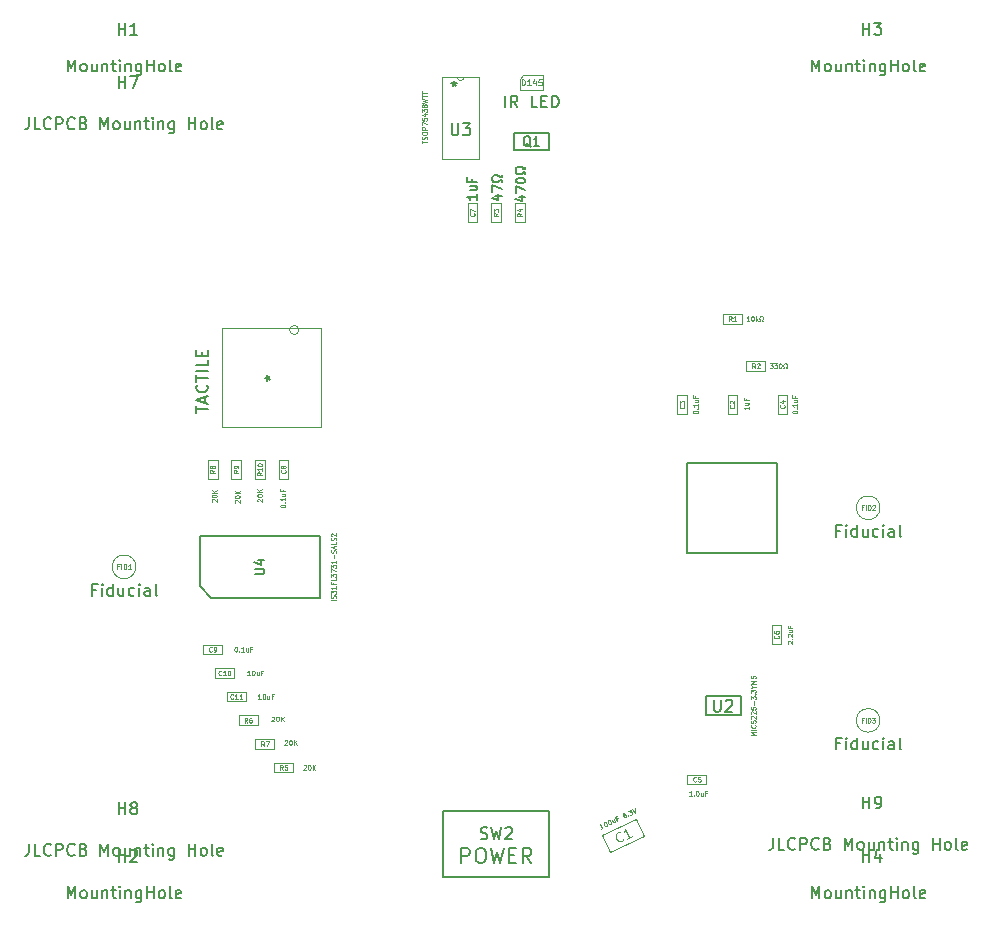
<source format=gbr>
G04 #@! TF.GenerationSoftware,KiCad,Pcbnew,(5.1.12-1-10_14)*
G04 #@! TF.CreationDate,2021-12-02T19:43:45-05:00*
G04 #@! TF.ProjectId,blinky,626c696e-6b79-42e6-9b69-6361645f7063,rev?*
G04 #@! TF.SameCoordinates,Original*
G04 #@! TF.FileFunction,AssemblyDrawing,Top*
%FSLAX46Y46*%
G04 Gerber Fmt 4.6, Leading zero omitted, Abs format (unit mm)*
G04 Created by KiCad (PCBNEW (5.1.12-1-10_14)) date 2021-12-02 19:43:45*
%MOMM*%
%LPD*%
G01*
G04 APERTURE LIST*
%ADD10C,0.150000*%
%ADD11C,0.100000*%
%ADD12C,0.060000*%
%ADD13C,0.080000*%
%ADD14C,0.120000*%
G04 APERTURE END LIST*
D10*
G04 #@! TO.C,SW2*
X185500000Y-106700000D02*
X194500000Y-106700000D01*
X185500000Y-112300000D02*
X185500000Y-106700000D01*
X194500000Y-112300000D02*
X185500000Y-112300000D01*
X194500000Y-106700000D02*
X194500000Y-112300000D01*
D11*
G04 #@! TO.C,U3*
X185425200Y-44520200D02*
X185425200Y-51479800D01*
X188574800Y-44520200D02*
X185425200Y-44520200D01*
X188574800Y-51479800D02*
X188574800Y-44520200D01*
X185425200Y-51479800D02*
X188574800Y-51479800D01*
X185425200Y-50209800D02*
X185425200Y-50209800D01*
X185425200Y-49600200D02*
X185425200Y-50209800D01*
X185425200Y-49600200D02*
X185425200Y-49600200D01*
X185425200Y-50209800D02*
X185425200Y-49600200D01*
X185425200Y-48939800D02*
X185425200Y-48939800D01*
X185425200Y-48330200D02*
X185425200Y-48939800D01*
X185425200Y-48330200D02*
X185425200Y-48330200D01*
X185425200Y-48939800D02*
X185425200Y-48330200D01*
X185425200Y-47669800D02*
X185425200Y-47669800D01*
X185425200Y-47060200D02*
X185425200Y-47669800D01*
X185425200Y-47060200D02*
X185425200Y-47060200D01*
X185425200Y-47669800D02*
X185425200Y-47060200D01*
X185425200Y-46399800D02*
X185425200Y-46399800D01*
X185425200Y-45790200D02*
X185425200Y-46399800D01*
X185425200Y-45790200D02*
X185425200Y-45790200D01*
X185425200Y-46399800D02*
X185425200Y-45790200D01*
X187304800Y-44520200D02*
G75*
G02*
X186695200Y-44520200I-304800J0D01*
G01*
D10*
G04 #@! TO.C,U1*
X213800000Y-84800000D02*
X206200000Y-84800000D01*
X213800000Y-77200000D02*
X213800000Y-84800000D01*
X206200000Y-77200000D02*
X213800000Y-77200000D01*
X206200000Y-84800000D02*
X206200000Y-77200000D01*
D11*
G04 #@! TO.C,FID3*
X222500000Y-99000000D02*
G75*
G03*
X222500000Y-99000000I-1000000J0D01*
G01*
G04 #@! TO.C,FID2*
X222500000Y-81000000D02*
G75*
G03*
X222500000Y-81000000I-1000000J0D01*
G01*
G04 #@! TO.C,FID1*
X159500000Y-86000000D02*
G75*
G03*
X159500000Y-86000000I-1000000J0D01*
G01*
D10*
G04 #@! TO.C,U4*
X165900000Y-88650000D02*
X164900000Y-87650000D01*
X175100000Y-88650000D02*
X165900000Y-88650000D01*
X175100000Y-83350000D02*
X175100000Y-88650000D01*
X164900000Y-83350000D02*
X175100000Y-83350000D01*
X164900000Y-87650000D02*
X164900000Y-83350000D01*
G04 #@! TO.C,U2*
X210700000Y-96950000D02*
X210700000Y-98550000D01*
X207800000Y-96950000D02*
X210700000Y-96950000D01*
X207800000Y-98550000D02*
X207800000Y-96950000D01*
X210700000Y-98550000D02*
X207800000Y-98550000D01*
D11*
G04 #@! TO.C,SW1*
X173286000Y-65948700D02*
G75*
G03*
X173286000Y-65948700I-381000J0D01*
G01*
X175203700Y-65796300D02*
X166796300Y-65796300D01*
X175203700Y-74203700D02*
X175203700Y-65796300D01*
X166796300Y-74203700D02*
X175203700Y-74203700D01*
X166796300Y-65796300D02*
X166796300Y-74203700D01*
G04 #@! TO.C,R10*
X170412500Y-76950000D02*
X170412500Y-78550000D01*
X169587500Y-76950000D02*
X170412500Y-76950000D01*
X169587500Y-78550000D02*
X169587500Y-76950000D01*
X170412500Y-78550000D02*
X169587500Y-78550000D01*
G04 #@! TO.C,R9*
X167587500Y-78550000D02*
X167587500Y-76950000D01*
X168412500Y-78550000D02*
X167587500Y-78550000D01*
X168412500Y-76950000D02*
X168412500Y-78550000D01*
X167587500Y-76950000D02*
X168412500Y-76950000D01*
G04 #@! TO.C,R8*
X165587500Y-78550000D02*
X165587500Y-76950000D01*
X166412500Y-78550000D02*
X165587500Y-78550000D01*
X166412500Y-76950000D02*
X166412500Y-78550000D01*
X165587500Y-76950000D02*
X166412500Y-76950000D01*
G04 #@! TO.C,R7*
X171225000Y-101412500D02*
X169625000Y-101412500D01*
X171225000Y-100587500D02*
X171225000Y-101412500D01*
X169625000Y-100587500D02*
X171225000Y-100587500D01*
X169625000Y-101412500D02*
X169625000Y-100587500D01*
G04 #@! TO.C,R6*
X168200000Y-98587500D02*
X169800000Y-98587500D01*
X168200000Y-99412500D02*
X168200000Y-98587500D01*
X169800000Y-99412500D02*
X168200000Y-99412500D01*
X169800000Y-98587500D02*
X169800000Y-99412500D01*
G04 #@! TO.C,R5*
X171200000Y-102587500D02*
X172800000Y-102587500D01*
X171200000Y-103412500D02*
X171200000Y-102587500D01*
X172800000Y-103412500D02*
X171200000Y-103412500D01*
X172800000Y-102587500D02*
X172800000Y-103412500D01*
G04 #@! TO.C,R4*
X192412500Y-55200000D02*
X192412500Y-56800000D01*
X191587500Y-55200000D02*
X192412500Y-55200000D01*
X191587500Y-56800000D02*
X191587500Y-55200000D01*
X192412500Y-56800000D02*
X191587500Y-56800000D01*
G04 #@! TO.C,R3*
X190412500Y-55200000D02*
X190412500Y-56800000D01*
X189587500Y-55200000D02*
X190412500Y-55200000D01*
X189587500Y-56800000D02*
X189587500Y-55200000D01*
X190412500Y-56800000D02*
X189587500Y-56800000D01*
G04 #@! TO.C,R2*
X212800000Y-69412500D02*
X211200000Y-69412500D01*
X212800000Y-68587500D02*
X212800000Y-69412500D01*
X211200000Y-68587500D02*
X212800000Y-68587500D01*
X211200000Y-69412500D02*
X211200000Y-68587500D01*
G04 #@! TO.C,R1*
X210800000Y-65412500D02*
X209200000Y-65412500D01*
X210800000Y-64587500D02*
X210800000Y-65412500D01*
X209200000Y-64587500D02*
X210800000Y-64587500D01*
X209200000Y-65412500D02*
X209200000Y-64587500D01*
D10*
G04 #@! TO.C,Q1*
X194500000Y-50700000D02*
X191500000Y-50700000D01*
X194500000Y-49300000D02*
X194500000Y-50700000D01*
X191500000Y-49300000D02*
X194500000Y-49300000D01*
X191500000Y-50700000D02*
X191500000Y-49300000D01*
D11*
G04 #@! TO.C,D145*
X194000000Y-45600000D02*
X194000000Y-44400000D01*
X192000000Y-45600000D02*
X194000000Y-45600000D01*
X192000000Y-44700000D02*
X192000000Y-45600000D01*
X192300000Y-44400000D02*
X192000000Y-44700000D01*
X194000000Y-44400000D02*
X192300000Y-44400000D01*
G04 #@! TO.C,C11*
X167200000Y-96600000D02*
X168800000Y-96600000D01*
X167200000Y-97400000D02*
X167200000Y-96600000D01*
X168800000Y-97400000D02*
X167200000Y-97400000D01*
X168800000Y-96600000D02*
X168800000Y-97400000D01*
G04 #@! TO.C,C10*
X166200000Y-94600000D02*
X167800000Y-94600000D01*
X166200000Y-95400000D02*
X166200000Y-94600000D01*
X167800000Y-95400000D02*
X166200000Y-95400000D01*
X167800000Y-94600000D02*
X167800000Y-95400000D01*
G04 #@! TO.C,C9*
X165200000Y-92600000D02*
X166800000Y-92600000D01*
X165200000Y-93400000D02*
X165200000Y-92600000D01*
X166800000Y-93400000D02*
X165200000Y-93400000D01*
X166800000Y-92600000D02*
X166800000Y-93400000D01*
G04 #@! TO.C,C8*
X172400000Y-76950000D02*
X172400000Y-78550000D01*
X171600000Y-76950000D02*
X172400000Y-76950000D01*
X171600000Y-78550000D02*
X171600000Y-76950000D01*
X172400000Y-78550000D02*
X171600000Y-78550000D01*
G04 #@! TO.C,C7*
X187600000Y-56800000D02*
X187600000Y-55200000D01*
X188400000Y-56800000D02*
X187600000Y-56800000D01*
X188400000Y-55200000D02*
X188400000Y-56800000D01*
X187600000Y-55200000D02*
X188400000Y-55200000D01*
G04 #@! TO.C,C6*
X214150000Y-90950000D02*
X214150000Y-92550000D01*
X213350000Y-90950000D02*
X214150000Y-90950000D01*
X213350000Y-92550000D02*
X213350000Y-90950000D01*
X214150000Y-92550000D02*
X213350000Y-92550000D01*
G04 #@! TO.C,C5*
X207800000Y-104400000D02*
X206200000Y-104400000D01*
X207800000Y-103600000D02*
X207800000Y-104400000D01*
X206200000Y-103600000D02*
X207800000Y-103600000D01*
X206200000Y-104400000D02*
X206200000Y-103600000D01*
G04 #@! TO.C,C4*
X214650000Y-71450000D02*
X214650000Y-73050000D01*
X213850000Y-71450000D02*
X214650000Y-71450000D01*
X213850000Y-73050000D02*
X213850000Y-71450000D01*
X214650000Y-73050000D02*
X213850000Y-73050000D01*
G04 #@! TO.C,C3*
X206150000Y-71450000D02*
X206150000Y-73050000D01*
X205350000Y-71450000D02*
X206150000Y-71450000D01*
X205350000Y-73050000D02*
X205350000Y-71450000D01*
X206150000Y-73050000D02*
X205350000Y-73050000D01*
G04 #@! TO.C,C2*
X210400000Y-71450000D02*
X210400000Y-73050000D01*
X209600000Y-71450000D02*
X210400000Y-71450000D01*
X209600000Y-73050000D02*
X209600000Y-71450000D01*
X210400000Y-73050000D02*
X209600000Y-73050000D01*
G04 #@! TO.C,C1*
X202538187Y-108798857D02*
X199638002Y-110151235D01*
X201861998Y-107348765D02*
X202538187Y-108798857D01*
X198961813Y-108701143D02*
X201861998Y-107348765D01*
X199638002Y-110151235D02*
X198961813Y-108701143D01*
G04 #@! TD*
G04 #@! TO.C,H9*
D10*
X213452380Y-108952380D02*
X213452380Y-109666666D01*
X213404761Y-109809523D01*
X213309523Y-109904761D01*
X213166666Y-109952380D01*
X213071428Y-109952380D01*
X214404761Y-109952380D02*
X213928571Y-109952380D01*
X213928571Y-108952380D01*
X215309523Y-109857142D02*
X215261904Y-109904761D01*
X215119047Y-109952380D01*
X215023809Y-109952380D01*
X214880952Y-109904761D01*
X214785714Y-109809523D01*
X214738095Y-109714285D01*
X214690476Y-109523809D01*
X214690476Y-109380952D01*
X214738095Y-109190476D01*
X214785714Y-109095238D01*
X214880952Y-109000000D01*
X215023809Y-108952380D01*
X215119047Y-108952380D01*
X215261904Y-109000000D01*
X215309523Y-109047619D01*
X215738095Y-109952380D02*
X215738095Y-108952380D01*
X216119047Y-108952380D01*
X216214285Y-109000000D01*
X216261904Y-109047619D01*
X216309523Y-109142857D01*
X216309523Y-109285714D01*
X216261904Y-109380952D01*
X216214285Y-109428571D01*
X216119047Y-109476190D01*
X215738095Y-109476190D01*
X217309523Y-109857142D02*
X217261904Y-109904761D01*
X217119047Y-109952380D01*
X217023809Y-109952380D01*
X216880952Y-109904761D01*
X216785714Y-109809523D01*
X216738095Y-109714285D01*
X216690476Y-109523809D01*
X216690476Y-109380952D01*
X216738095Y-109190476D01*
X216785714Y-109095238D01*
X216880952Y-109000000D01*
X217023809Y-108952380D01*
X217119047Y-108952380D01*
X217261904Y-109000000D01*
X217309523Y-109047619D01*
X218071428Y-109428571D02*
X218214285Y-109476190D01*
X218261904Y-109523809D01*
X218309523Y-109619047D01*
X218309523Y-109761904D01*
X218261904Y-109857142D01*
X218214285Y-109904761D01*
X218119047Y-109952380D01*
X217738095Y-109952380D01*
X217738095Y-108952380D01*
X218071428Y-108952380D01*
X218166666Y-109000000D01*
X218214285Y-109047619D01*
X218261904Y-109142857D01*
X218261904Y-109238095D01*
X218214285Y-109333333D01*
X218166666Y-109380952D01*
X218071428Y-109428571D01*
X217738095Y-109428571D01*
X219500000Y-109952380D02*
X219500000Y-108952380D01*
X219833333Y-109666666D01*
X220166666Y-108952380D01*
X220166666Y-109952380D01*
X220785714Y-109952380D02*
X220690476Y-109904761D01*
X220642857Y-109857142D01*
X220595238Y-109761904D01*
X220595238Y-109476190D01*
X220642857Y-109380952D01*
X220690476Y-109333333D01*
X220785714Y-109285714D01*
X220928571Y-109285714D01*
X221023809Y-109333333D01*
X221071428Y-109380952D01*
X221119047Y-109476190D01*
X221119047Y-109761904D01*
X221071428Y-109857142D01*
X221023809Y-109904761D01*
X220928571Y-109952380D01*
X220785714Y-109952380D01*
X221976190Y-109285714D02*
X221976190Y-109952380D01*
X221547619Y-109285714D02*
X221547619Y-109809523D01*
X221595238Y-109904761D01*
X221690476Y-109952380D01*
X221833333Y-109952380D01*
X221928571Y-109904761D01*
X221976190Y-109857142D01*
X222452380Y-109285714D02*
X222452380Y-109952380D01*
X222452380Y-109380952D02*
X222500000Y-109333333D01*
X222595238Y-109285714D01*
X222738095Y-109285714D01*
X222833333Y-109333333D01*
X222880952Y-109428571D01*
X222880952Y-109952380D01*
X223214285Y-109285714D02*
X223595238Y-109285714D01*
X223357142Y-108952380D02*
X223357142Y-109809523D01*
X223404761Y-109904761D01*
X223500000Y-109952380D01*
X223595238Y-109952380D01*
X223928571Y-109952380D02*
X223928571Y-109285714D01*
X223928571Y-108952380D02*
X223880952Y-109000000D01*
X223928571Y-109047619D01*
X223976190Y-109000000D01*
X223928571Y-108952380D01*
X223928571Y-109047619D01*
X224404761Y-109285714D02*
X224404761Y-109952380D01*
X224404761Y-109380952D02*
X224452380Y-109333333D01*
X224547619Y-109285714D01*
X224690476Y-109285714D01*
X224785714Y-109333333D01*
X224833333Y-109428571D01*
X224833333Y-109952380D01*
X225738095Y-109285714D02*
X225738095Y-110095238D01*
X225690476Y-110190476D01*
X225642857Y-110238095D01*
X225547619Y-110285714D01*
X225404761Y-110285714D01*
X225309523Y-110238095D01*
X225738095Y-109904761D02*
X225642857Y-109952380D01*
X225452380Y-109952380D01*
X225357142Y-109904761D01*
X225309523Y-109857142D01*
X225261904Y-109761904D01*
X225261904Y-109476190D01*
X225309523Y-109380952D01*
X225357142Y-109333333D01*
X225452380Y-109285714D01*
X225642857Y-109285714D01*
X225738095Y-109333333D01*
X226976190Y-109952380D02*
X226976190Y-108952380D01*
X226976190Y-109428571D02*
X227547619Y-109428571D01*
X227547619Y-109952380D02*
X227547619Y-108952380D01*
X228166666Y-109952380D02*
X228071428Y-109904761D01*
X228023809Y-109857142D01*
X227976190Y-109761904D01*
X227976190Y-109476190D01*
X228023809Y-109380952D01*
X228071428Y-109333333D01*
X228166666Y-109285714D01*
X228309523Y-109285714D01*
X228404761Y-109333333D01*
X228452380Y-109380952D01*
X228500000Y-109476190D01*
X228500000Y-109761904D01*
X228452380Y-109857142D01*
X228404761Y-109904761D01*
X228309523Y-109952380D01*
X228166666Y-109952380D01*
X229071428Y-109952380D02*
X228976190Y-109904761D01*
X228928571Y-109809523D01*
X228928571Y-108952380D01*
X229833333Y-109904761D02*
X229738095Y-109952380D01*
X229547619Y-109952380D01*
X229452380Y-109904761D01*
X229404761Y-109809523D01*
X229404761Y-109428571D01*
X229452380Y-109333333D01*
X229547619Y-109285714D01*
X229738095Y-109285714D01*
X229833333Y-109333333D01*
X229880952Y-109428571D01*
X229880952Y-109523809D01*
X229404761Y-109619047D01*
X221038095Y-106452380D02*
X221038095Y-105452380D01*
X221038095Y-105928571D02*
X221609523Y-105928571D01*
X221609523Y-106452380D02*
X221609523Y-105452380D01*
X222133333Y-106452380D02*
X222323809Y-106452380D01*
X222419047Y-106404761D01*
X222466666Y-106357142D01*
X222561904Y-106214285D01*
X222609523Y-106023809D01*
X222609523Y-105642857D01*
X222561904Y-105547619D01*
X222514285Y-105500000D01*
X222419047Y-105452380D01*
X222228571Y-105452380D01*
X222133333Y-105500000D01*
X222085714Y-105547619D01*
X222038095Y-105642857D01*
X222038095Y-105880952D01*
X222085714Y-105976190D01*
X222133333Y-106023809D01*
X222228571Y-106071428D01*
X222419047Y-106071428D01*
X222514285Y-106023809D01*
X222561904Y-105976190D01*
X222609523Y-105880952D01*
G04 #@! TO.C,H8*
X150452380Y-109452380D02*
X150452380Y-110166666D01*
X150404761Y-110309523D01*
X150309523Y-110404761D01*
X150166666Y-110452380D01*
X150071428Y-110452380D01*
X151404761Y-110452380D02*
X150928571Y-110452380D01*
X150928571Y-109452380D01*
X152309523Y-110357142D02*
X152261904Y-110404761D01*
X152119047Y-110452380D01*
X152023809Y-110452380D01*
X151880952Y-110404761D01*
X151785714Y-110309523D01*
X151738095Y-110214285D01*
X151690476Y-110023809D01*
X151690476Y-109880952D01*
X151738095Y-109690476D01*
X151785714Y-109595238D01*
X151880952Y-109500000D01*
X152023809Y-109452380D01*
X152119047Y-109452380D01*
X152261904Y-109500000D01*
X152309523Y-109547619D01*
X152738095Y-110452380D02*
X152738095Y-109452380D01*
X153119047Y-109452380D01*
X153214285Y-109500000D01*
X153261904Y-109547619D01*
X153309523Y-109642857D01*
X153309523Y-109785714D01*
X153261904Y-109880952D01*
X153214285Y-109928571D01*
X153119047Y-109976190D01*
X152738095Y-109976190D01*
X154309523Y-110357142D02*
X154261904Y-110404761D01*
X154119047Y-110452380D01*
X154023809Y-110452380D01*
X153880952Y-110404761D01*
X153785714Y-110309523D01*
X153738095Y-110214285D01*
X153690476Y-110023809D01*
X153690476Y-109880952D01*
X153738095Y-109690476D01*
X153785714Y-109595238D01*
X153880952Y-109500000D01*
X154023809Y-109452380D01*
X154119047Y-109452380D01*
X154261904Y-109500000D01*
X154309523Y-109547619D01*
X155071428Y-109928571D02*
X155214285Y-109976190D01*
X155261904Y-110023809D01*
X155309523Y-110119047D01*
X155309523Y-110261904D01*
X155261904Y-110357142D01*
X155214285Y-110404761D01*
X155119047Y-110452380D01*
X154738095Y-110452380D01*
X154738095Y-109452380D01*
X155071428Y-109452380D01*
X155166666Y-109500000D01*
X155214285Y-109547619D01*
X155261904Y-109642857D01*
X155261904Y-109738095D01*
X155214285Y-109833333D01*
X155166666Y-109880952D01*
X155071428Y-109928571D01*
X154738095Y-109928571D01*
X156500000Y-110452380D02*
X156500000Y-109452380D01*
X156833333Y-110166666D01*
X157166666Y-109452380D01*
X157166666Y-110452380D01*
X157785714Y-110452380D02*
X157690476Y-110404761D01*
X157642857Y-110357142D01*
X157595238Y-110261904D01*
X157595238Y-109976190D01*
X157642857Y-109880952D01*
X157690476Y-109833333D01*
X157785714Y-109785714D01*
X157928571Y-109785714D01*
X158023809Y-109833333D01*
X158071428Y-109880952D01*
X158119047Y-109976190D01*
X158119047Y-110261904D01*
X158071428Y-110357142D01*
X158023809Y-110404761D01*
X157928571Y-110452380D01*
X157785714Y-110452380D01*
X158976190Y-109785714D02*
X158976190Y-110452380D01*
X158547619Y-109785714D02*
X158547619Y-110309523D01*
X158595238Y-110404761D01*
X158690476Y-110452380D01*
X158833333Y-110452380D01*
X158928571Y-110404761D01*
X158976190Y-110357142D01*
X159452380Y-109785714D02*
X159452380Y-110452380D01*
X159452380Y-109880952D02*
X159500000Y-109833333D01*
X159595238Y-109785714D01*
X159738095Y-109785714D01*
X159833333Y-109833333D01*
X159880952Y-109928571D01*
X159880952Y-110452380D01*
X160214285Y-109785714D02*
X160595238Y-109785714D01*
X160357142Y-109452380D02*
X160357142Y-110309523D01*
X160404761Y-110404761D01*
X160500000Y-110452380D01*
X160595238Y-110452380D01*
X160928571Y-110452380D02*
X160928571Y-109785714D01*
X160928571Y-109452380D02*
X160880952Y-109500000D01*
X160928571Y-109547619D01*
X160976190Y-109500000D01*
X160928571Y-109452380D01*
X160928571Y-109547619D01*
X161404761Y-109785714D02*
X161404761Y-110452380D01*
X161404761Y-109880952D02*
X161452380Y-109833333D01*
X161547619Y-109785714D01*
X161690476Y-109785714D01*
X161785714Y-109833333D01*
X161833333Y-109928571D01*
X161833333Y-110452380D01*
X162738095Y-109785714D02*
X162738095Y-110595238D01*
X162690476Y-110690476D01*
X162642857Y-110738095D01*
X162547619Y-110785714D01*
X162404761Y-110785714D01*
X162309523Y-110738095D01*
X162738095Y-110404761D02*
X162642857Y-110452380D01*
X162452380Y-110452380D01*
X162357142Y-110404761D01*
X162309523Y-110357142D01*
X162261904Y-110261904D01*
X162261904Y-109976190D01*
X162309523Y-109880952D01*
X162357142Y-109833333D01*
X162452380Y-109785714D01*
X162642857Y-109785714D01*
X162738095Y-109833333D01*
X163976190Y-110452380D02*
X163976190Y-109452380D01*
X163976190Y-109928571D02*
X164547619Y-109928571D01*
X164547619Y-110452380D02*
X164547619Y-109452380D01*
X165166666Y-110452380D02*
X165071428Y-110404761D01*
X165023809Y-110357142D01*
X164976190Y-110261904D01*
X164976190Y-109976190D01*
X165023809Y-109880952D01*
X165071428Y-109833333D01*
X165166666Y-109785714D01*
X165309523Y-109785714D01*
X165404761Y-109833333D01*
X165452380Y-109880952D01*
X165500000Y-109976190D01*
X165500000Y-110261904D01*
X165452380Y-110357142D01*
X165404761Y-110404761D01*
X165309523Y-110452380D01*
X165166666Y-110452380D01*
X166071428Y-110452380D02*
X165976190Y-110404761D01*
X165928571Y-110309523D01*
X165928571Y-109452380D01*
X166833333Y-110404761D02*
X166738095Y-110452380D01*
X166547619Y-110452380D01*
X166452380Y-110404761D01*
X166404761Y-110309523D01*
X166404761Y-109928571D01*
X166452380Y-109833333D01*
X166547619Y-109785714D01*
X166738095Y-109785714D01*
X166833333Y-109833333D01*
X166880952Y-109928571D01*
X166880952Y-110023809D01*
X166404761Y-110119047D01*
X158038095Y-106952380D02*
X158038095Y-105952380D01*
X158038095Y-106428571D02*
X158609523Y-106428571D01*
X158609523Y-106952380D02*
X158609523Y-105952380D01*
X159228571Y-106380952D02*
X159133333Y-106333333D01*
X159085714Y-106285714D01*
X159038095Y-106190476D01*
X159038095Y-106142857D01*
X159085714Y-106047619D01*
X159133333Y-106000000D01*
X159228571Y-105952380D01*
X159419047Y-105952380D01*
X159514285Y-106000000D01*
X159561904Y-106047619D01*
X159609523Y-106142857D01*
X159609523Y-106190476D01*
X159561904Y-106285714D01*
X159514285Y-106333333D01*
X159419047Y-106380952D01*
X159228571Y-106380952D01*
X159133333Y-106428571D01*
X159085714Y-106476190D01*
X159038095Y-106571428D01*
X159038095Y-106761904D01*
X159085714Y-106857142D01*
X159133333Y-106904761D01*
X159228571Y-106952380D01*
X159419047Y-106952380D01*
X159514285Y-106904761D01*
X159561904Y-106857142D01*
X159609523Y-106761904D01*
X159609523Y-106571428D01*
X159561904Y-106476190D01*
X159514285Y-106428571D01*
X159419047Y-106380952D01*
G04 #@! TO.C,H7*
X150452380Y-47952380D02*
X150452380Y-48666666D01*
X150404761Y-48809523D01*
X150309523Y-48904761D01*
X150166666Y-48952380D01*
X150071428Y-48952380D01*
X151404761Y-48952380D02*
X150928571Y-48952380D01*
X150928571Y-47952380D01*
X152309523Y-48857142D02*
X152261904Y-48904761D01*
X152119047Y-48952380D01*
X152023809Y-48952380D01*
X151880952Y-48904761D01*
X151785714Y-48809523D01*
X151738095Y-48714285D01*
X151690476Y-48523809D01*
X151690476Y-48380952D01*
X151738095Y-48190476D01*
X151785714Y-48095238D01*
X151880952Y-48000000D01*
X152023809Y-47952380D01*
X152119047Y-47952380D01*
X152261904Y-48000000D01*
X152309523Y-48047619D01*
X152738095Y-48952380D02*
X152738095Y-47952380D01*
X153119047Y-47952380D01*
X153214285Y-48000000D01*
X153261904Y-48047619D01*
X153309523Y-48142857D01*
X153309523Y-48285714D01*
X153261904Y-48380952D01*
X153214285Y-48428571D01*
X153119047Y-48476190D01*
X152738095Y-48476190D01*
X154309523Y-48857142D02*
X154261904Y-48904761D01*
X154119047Y-48952380D01*
X154023809Y-48952380D01*
X153880952Y-48904761D01*
X153785714Y-48809523D01*
X153738095Y-48714285D01*
X153690476Y-48523809D01*
X153690476Y-48380952D01*
X153738095Y-48190476D01*
X153785714Y-48095238D01*
X153880952Y-48000000D01*
X154023809Y-47952380D01*
X154119047Y-47952380D01*
X154261904Y-48000000D01*
X154309523Y-48047619D01*
X155071428Y-48428571D02*
X155214285Y-48476190D01*
X155261904Y-48523809D01*
X155309523Y-48619047D01*
X155309523Y-48761904D01*
X155261904Y-48857142D01*
X155214285Y-48904761D01*
X155119047Y-48952380D01*
X154738095Y-48952380D01*
X154738095Y-47952380D01*
X155071428Y-47952380D01*
X155166666Y-48000000D01*
X155214285Y-48047619D01*
X155261904Y-48142857D01*
X155261904Y-48238095D01*
X155214285Y-48333333D01*
X155166666Y-48380952D01*
X155071428Y-48428571D01*
X154738095Y-48428571D01*
X156500000Y-48952380D02*
X156500000Y-47952380D01*
X156833333Y-48666666D01*
X157166666Y-47952380D01*
X157166666Y-48952380D01*
X157785714Y-48952380D02*
X157690476Y-48904761D01*
X157642857Y-48857142D01*
X157595238Y-48761904D01*
X157595238Y-48476190D01*
X157642857Y-48380952D01*
X157690476Y-48333333D01*
X157785714Y-48285714D01*
X157928571Y-48285714D01*
X158023809Y-48333333D01*
X158071428Y-48380952D01*
X158119047Y-48476190D01*
X158119047Y-48761904D01*
X158071428Y-48857142D01*
X158023809Y-48904761D01*
X157928571Y-48952380D01*
X157785714Y-48952380D01*
X158976190Y-48285714D02*
X158976190Y-48952380D01*
X158547619Y-48285714D02*
X158547619Y-48809523D01*
X158595238Y-48904761D01*
X158690476Y-48952380D01*
X158833333Y-48952380D01*
X158928571Y-48904761D01*
X158976190Y-48857142D01*
X159452380Y-48285714D02*
X159452380Y-48952380D01*
X159452380Y-48380952D02*
X159500000Y-48333333D01*
X159595238Y-48285714D01*
X159738095Y-48285714D01*
X159833333Y-48333333D01*
X159880952Y-48428571D01*
X159880952Y-48952380D01*
X160214285Y-48285714D02*
X160595238Y-48285714D01*
X160357142Y-47952380D02*
X160357142Y-48809523D01*
X160404761Y-48904761D01*
X160500000Y-48952380D01*
X160595238Y-48952380D01*
X160928571Y-48952380D02*
X160928571Y-48285714D01*
X160928571Y-47952380D02*
X160880952Y-48000000D01*
X160928571Y-48047619D01*
X160976190Y-48000000D01*
X160928571Y-47952380D01*
X160928571Y-48047619D01*
X161404761Y-48285714D02*
X161404761Y-48952380D01*
X161404761Y-48380952D02*
X161452380Y-48333333D01*
X161547619Y-48285714D01*
X161690476Y-48285714D01*
X161785714Y-48333333D01*
X161833333Y-48428571D01*
X161833333Y-48952380D01*
X162738095Y-48285714D02*
X162738095Y-49095238D01*
X162690476Y-49190476D01*
X162642857Y-49238095D01*
X162547619Y-49285714D01*
X162404761Y-49285714D01*
X162309523Y-49238095D01*
X162738095Y-48904761D02*
X162642857Y-48952380D01*
X162452380Y-48952380D01*
X162357142Y-48904761D01*
X162309523Y-48857142D01*
X162261904Y-48761904D01*
X162261904Y-48476190D01*
X162309523Y-48380952D01*
X162357142Y-48333333D01*
X162452380Y-48285714D01*
X162642857Y-48285714D01*
X162738095Y-48333333D01*
X163976190Y-48952380D02*
X163976190Y-47952380D01*
X163976190Y-48428571D02*
X164547619Y-48428571D01*
X164547619Y-48952380D02*
X164547619Y-47952380D01*
X165166666Y-48952380D02*
X165071428Y-48904761D01*
X165023809Y-48857142D01*
X164976190Y-48761904D01*
X164976190Y-48476190D01*
X165023809Y-48380952D01*
X165071428Y-48333333D01*
X165166666Y-48285714D01*
X165309523Y-48285714D01*
X165404761Y-48333333D01*
X165452380Y-48380952D01*
X165500000Y-48476190D01*
X165500000Y-48761904D01*
X165452380Y-48857142D01*
X165404761Y-48904761D01*
X165309523Y-48952380D01*
X165166666Y-48952380D01*
X166071428Y-48952380D02*
X165976190Y-48904761D01*
X165928571Y-48809523D01*
X165928571Y-47952380D01*
X166833333Y-48904761D02*
X166738095Y-48952380D01*
X166547619Y-48952380D01*
X166452380Y-48904761D01*
X166404761Y-48809523D01*
X166404761Y-48428571D01*
X166452380Y-48333333D01*
X166547619Y-48285714D01*
X166738095Y-48285714D01*
X166833333Y-48333333D01*
X166880952Y-48428571D01*
X166880952Y-48523809D01*
X166404761Y-48619047D01*
X158038095Y-45452380D02*
X158038095Y-44452380D01*
X158038095Y-44928571D02*
X158609523Y-44928571D01*
X158609523Y-45452380D02*
X158609523Y-44452380D01*
X158990476Y-44452380D02*
X159657142Y-44452380D01*
X159228571Y-45452380D01*
G04 #@! TO.C,SW2*
X188687976Y-109004761D02*
X188830833Y-109052380D01*
X189068928Y-109052380D01*
X189164166Y-109004761D01*
X189211785Y-108957142D01*
X189259404Y-108861904D01*
X189259404Y-108766666D01*
X189211785Y-108671428D01*
X189164166Y-108623809D01*
X189068928Y-108576190D01*
X188878452Y-108528571D01*
X188783214Y-108480952D01*
X188735595Y-108433333D01*
X188687976Y-108338095D01*
X188687976Y-108242857D01*
X188735595Y-108147619D01*
X188783214Y-108100000D01*
X188878452Y-108052380D01*
X189116547Y-108052380D01*
X189259404Y-108100000D01*
X189592738Y-108052380D02*
X189830833Y-109052380D01*
X190021309Y-108338095D01*
X190211785Y-109052380D01*
X190449880Y-108052380D01*
X190783214Y-108147619D02*
X190830833Y-108100000D01*
X190926071Y-108052380D01*
X191164166Y-108052380D01*
X191259404Y-108100000D01*
X191307023Y-108147619D01*
X191354642Y-108242857D01*
X191354642Y-108338095D01*
X191307023Y-108480952D01*
X190735595Y-109052380D01*
X191354642Y-109052380D01*
X187066904Y-111074523D02*
X187066904Y-109804523D01*
X187550714Y-109804523D01*
X187671666Y-109865000D01*
X187732142Y-109925476D01*
X187792619Y-110046428D01*
X187792619Y-110227857D01*
X187732142Y-110348809D01*
X187671666Y-110409285D01*
X187550714Y-110469761D01*
X187066904Y-110469761D01*
X188578809Y-109804523D02*
X188820714Y-109804523D01*
X188941666Y-109865000D01*
X189062619Y-109985952D01*
X189123095Y-110227857D01*
X189123095Y-110651190D01*
X189062619Y-110893095D01*
X188941666Y-111014047D01*
X188820714Y-111074523D01*
X188578809Y-111074523D01*
X188457857Y-111014047D01*
X188336904Y-110893095D01*
X188276428Y-110651190D01*
X188276428Y-110227857D01*
X188336904Y-109985952D01*
X188457857Y-109865000D01*
X188578809Y-109804523D01*
X189546428Y-109804523D02*
X189848809Y-111074523D01*
X190090714Y-110167380D01*
X190332619Y-111074523D01*
X190635000Y-109804523D01*
X191118809Y-110409285D02*
X191542142Y-110409285D01*
X191723571Y-111074523D02*
X191118809Y-111074523D01*
X191118809Y-109804523D01*
X191723571Y-109804523D01*
X192993571Y-111074523D02*
X192570238Y-110469761D01*
X192267857Y-111074523D02*
X192267857Y-109804523D01*
X192751666Y-109804523D01*
X192872619Y-109865000D01*
X192933095Y-109925476D01*
X192993571Y-110046428D01*
X192993571Y-110227857D01*
X192933095Y-110348809D01*
X192872619Y-110409285D01*
X192751666Y-110469761D01*
X192267857Y-110469761D01*
G04 #@! TO.C,U3*
X186238095Y-48452380D02*
X186238095Y-49261904D01*
X186285714Y-49357142D01*
X186333333Y-49404761D01*
X186428571Y-49452380D01*
X186619047Y-49452380D01*
X186714285Y-49404761D01*
X186761904Y-49357142D01*
X186809523Y-49261904D01*
X186809523Y-48452380D01*
X187190476Y-48452380D02*
X187809523Y-48452380D01*
X187476190Y-48833333D01*
X187619047Y-48833333D01*
X187714285Y-48880952D01*
X187761904Y-48928571D01*
X187809523Y-49023809D01*
X187809523Y-49261904D01*
X187761904Y-49357142D01*
X187714285Y-49404761D01*
X187619047Y-49452380D01*
X187333333Y-49452380D01*
X187238095Y-49404761D01*
X187190476Y-49357142D01*
D11*
X183730952Y-50150000D02*
X183730952Y-49921428D01*
X184130952Y-50035714D02*
X183730952Y-50035714D01*
X184111904Y-49807142D02*
X184130952Y-49750000D01*
X184130952Y-49654761D01*
X184111904Y-49616666D01*
X184092857Y-49597619D01*
X184054761Y-49578571D01*
X184016666Y-49578571D01*
X183978571Y-49597619D01*
X183959523Y-49616666D01*
X183940476Y-49654761D01*
X183921428Y-49730952D01*
X183902380Y-49769047D01*
X183883333Y-49788095D01*
X183845238Y-49807142D01*
X183807142Y-49807142D01*
X183769047Y-49788095D01*
X183750000Y-49769047D01*
X183730952Y-49730952D01*
X183730952Y-49635714D01*
X183750000Y-49578571D01*
X183730952Y-49330952D02*
X183730952Y-49254761D01*
X183750000Y-49216666D01*
X183788095Y-49178571D01*
X183864285Y-49159523D01*
X183997619Y-49159523D01*
X184073809Y-49178571D01*
X184111904Y-49216666D01*
X184130952Y-49254761D01*
X184130952Y-49330952D01*
X184111904Y-49369047D01*
X184073809Y-49407142D01*
X183997619Y-49426190D01*
X183864285Y-49426190D01*
X183788095Y-49407142D01*
X183750000Y-49369047D01*
X183730952Y-49330952D01*
X184130952Y-48988095D02*
X183730952Y-48988095D01*
X183730952Y-48835714D01*
X183750000Y-48797619D01*
X183769047Y-48778571D01*
X183807142Y-48759523D01*
X183864285Y-48759523D01*
X183902380Y-48778571D01*
X183921428Y-48797619D01*
X183940476Y-48835714D01*
X183940476Y-48988095D01*
X183730952Y-48626190D02*
X183730952Y-48359523D01*
X184130952Y-48530952D01*
X183730952Y-48016666D02*
X183730952Y-48207142D01*
X183921428Y-48226190D01*
X183902380Y-48207142D01*
X183883333Y-48169047D01*
X183883333Y-48073809D01*
X183902380Y-48035714D01*
X183921428Y-48016666D01*
X183959523Y-47997619D01*
X184054761Y-47997619D01*
X184092857Y-48016666D01*
X184111904Y-48035714D01*
X184130952Y-48073809D01*
X184130952Y-48169047D01*
X184111904Y-48207142D01*
X184092857Y-48226190D01*
X183864285Y-47654761D02*
X184130952Y-47654761D01*
X183711904Y-47750000D02*
X183997619Y-47845238D01*
X183997619Y-47597619D01*
X183730952Y-47483333D02*
X183730952Y-47235714D01*
X183883333Y-47369047D01*
X183883333Y-47311904D01*
X183902380Y-47273809D01*
X183921428Y-47254761D01*
X183959523Y-47235714D01*
X184054761Y-47235714D01*
X184092857Y-47254761D01*
X184111904Y-47273809D01*
X184130952Y-47311904D01*
X184130952Y-47426190D01*
X184111904Y-47464285D01*
X184092857Y-47483333D01*
X183902380Y-47007142D02*
X183883333Y-47045238D01*
X183864285Y-47064285D01*
X183826190Y-47083333D01*
X183807142Y-47083333D01*
X183769047Y-47064285D01*
X183750000Y-47045238D01*
X183730952Y-47007142D01*
X183730952Y-46930952D01*
X183750000Y-46892857D01*
X183769047Y-46873809D01*
X183807142Y-46854761D01*
X183826190Y-46854761D01*
X183864285Y-46873809D01*
X183883333Y-46892857D01*
X183902380Y-46930952D01*
X183902380Y-47007142D01*
X183921428Y-47045238D01*
X183940476Y-47064285D01*
X183978571Y-47083333D01*
X184054761Y-47083333D01*
X184092857Y-47064285D01*
X184111904Y-47045238D01*
X184130952Y-47007142D01*
X184130952Y-46930952D01*
X184111904Y-46892857D01*
X184092857Y-46873809D01*
X184054761Y-46854761D01*
X183978571Y-46854761D01*
X183940476Y-46873809D01*
X183921428Y-46892857D01*
X183902380Y-46930952D01*
X183730952Y-46721428D02*
X184130952Y-46626190D01*
X183845238Y-46550000D01*
X184130952Y-46473809D01*
X183730952Y-46378571D01*
X183730952Y-46283333D02*
X183730952Y-46054761D01*
X184130952Y-46169047D02*
X183730952Y-46169047D01*
X183730952Y-45978571D02*
X183730952Y-45750000D01*
X184130952Y-45864285D02*
X183730952Y-45864285D01*
D10*
X186453900Y-44886980D02*
X186453900Y-45125076D01*
X186215804Y-45029838D02*
X186453900Y-45125076D01*
X186691995Y-45029838D01*
X186311042Y-45315552D02*
X186453900Y-45125076D01*
X186596757Y-45315552D01*
X186453900Y-44886980D02*
X186453900Y-45125076D01*
X186215804Y-45029838D02*
X186453900Y-45125076D01*
X186691995Y-45029838D01*
X186311042Y-45315552D02*
X186453900Y-45125076D01*
X186596757Y-45315552D01*
G04 #@! TO.C,H4*
X216714285Y-114052380D02*
X216714285Y-113052380D01*
X217047619Y-113766666D01*
X217380952Y-113052380D01*
X217380952Y-114052380D01*
X218000000Y-114052380D02*
X217904761Y-114004761D01*
X217857142Y-113957142D01*
X217809523Y-113861904D01*
X217809523Y-113576190D01*
X217857142Y-113480952D01*
X217904761Y-113433333D01*
X218000000Y-113385714D01*
X218142857Y-113385714D01*
X218238095Y-113433333D01*
X218285714Y-113480952D01*
X218333333Y-113576190D01*
X218333333Y-113861904D01*
X218285714Y-113957142D01*
X218238095Y-114004761D01*
X218142857Y-114052380D01*
X218000000Y-114052380D01*
X219190476Y-113385714D02*
X219190476Y-114052380D01*
X218761904Y-113385714D02*
X218761904Y-113909523D01*
X218809523Y-114004761D01*
X218904761Y-114052380D01*
X219047619Y-114052380D01*
X219142857Y-114004761D01*
X219190476Y-113957142D01*
X219666666Y-113385714D02*
X219666666Y-114052380D01*
X219666666Y-113480952D02*
X219714285Y-113433333D01*
X219809523Y-113385714D01*
X219952380Y-113385714D01*
X220047619Y-113433333D01*
X220095238Y-113528571D01*
X220095238Y-114052380D01*
X220428571Y-113385714D02*
X220809523Y-113385714D01*
X220571428Y-113052380D02*
X220571428Y-113909523D01*
X220619047Y-114004761D01*
X220714285Y-114052380D01*
X220809523Y-114052380D01*
X221142857Y-114052380D02*
X221142857Y-113385714D01*
X221142857Y-113052380D02*
X221095238Y-113100000D01*
X221142857Y-113147619D01*
X221190476Y-113100000D01*
X221142857Y-113052380D01*
X221142857Y-113147619D01*
X221619047Y-113385714D02*
X221619047Y-114052380D01*
X221619047Y-113480952D02*
X221666666Y-113433333D01*
X221761904Y-113385714D01*
X221904761Y-113385714D01*
X222000000Y-113433333D01*
X222047619Y-113528571D01*
X222047619Y-114052380D01*
X222952380Y-113385714D02*
X222952380Y-114195238D01*
X222904761Y-114290476D01*
X222857142Y-114338095D01*
X222761904Y-114385714D01*
X222619047Y-114385714D01*
X222523809Y-114338095D01*
X222952380Y-114004761D02*
X222857142Y-114052380D01*
X222666666Y-114052380D01*
X222571428Y-114004761D01*
X222523809Y-113957142D01*
X222476190Y-113861904D01*
X222476190Y-113576190D01*
X222523809Y-113480952D01*
X222571428Y-113433333D01*
X222666666Y-113385714D01*
X222857142Y-113385714D01*
X222952380Y-113433333D01*
X223428571Y-114052380D02*
X223428571Y-113052380D01*
X223428571Y-113528571D02*
X224000000Y-113528571D01*
X224000000Y-114052380D02*
X224000000Y-113052380D01*
X224619047Y-114052380D02*
X224523809Y-114004761D01*
X224476190Y-113957142D01*
X224428571Y-113861904D01*
X224428571Y-113576190D01*
X224476190Y-113480952D01*
X224523809Y-113433333D01*
X224619047Y-113385714D01*
X224761904Y-113385714D01*
X224857142Y-113433333D01*
X224904761Y-113480952D01*
X224952380Y-113576190D01*
X224952380Y-113861904D01*
X224904761Y-113957142D01*
X224857142Y-114004761D01*
X224761904Y-114052380D01*
X224619047Y-114052380D01*
X225523809Y-114052380D02*
X225428571Y-114004761D01*
X225380952Y-113909523D01*
X225380952Y-113052380D01*
X226285714Y-114004761D02*
X226190476Y-114052380D01*
X226000000Y-114052380D01*
X225904761Y-114004761D01*
X225857142Y-113909523D01*
X225857142Y-113528571D01*
X225904761Y-113433333D01*
X226000000Y-113385714D01*
X226190476Y-113385714D01*
X226285714Y-113433333D01*
X226333333Y-113528571D01*
X226333333Y-113623809D01*
X225857142Y-113719047D01*
X221038095Y-110952380D02*
X221038095Y-109952380D01*
X221038095Y-110428571D02*
X221609523Y-110428571D01*
X221609523Y-110952380D02*
X221609523Y-109952380D01*
X222514285Y-110285714D02*
X222514285Y-110952380D01*
X222276190Y-109904761D02*
X222038095Y-110619047D01*
X222657142Y-110619047D01*
G04 #@! TO.C,H3*
X216714285Y-44052380D02*
X216714285Y-43052380D01*
X217047619Y-43766666D01*
X217380952Y-43052380D01*
X217380952Y-44052380D01*
X218000000Y-44052380D02*
X217904761Y-44004761D01*
X217857142Y-43957142D01*
X217809523Y-43861904D01*
X217809523Y-43576190D01*
X217857142Y-43480952D01*
X217904761Y-43433333D01*
X218000000Y-43385714D01*
X218142857Y-43385714D01*
X218238095Y-43433333D01*
X218285714Y-43480952D01*
X218333333Y-43576190D01*
X218333333Y-43861904D01*
X218285714Y-43957142D01*
X218238095Y-44004761D01*
X218142857Y-44052380D01*
X218000000Y-44052380D01*
X219190476Y-43385714D02*
X219190476Y-44052380D01*
X218761904Y-43385714D02*
X218761904Y-43909523D01*
X218809523Y-44004761D01*
X218904761Y-44052380D01*
X219047619Y-44052380D01*
X219142857Y-44004761D01*
X219190476Y-43957142D01*
X219666666Y-43385714D02*
X219666666Y-44052380D01*
X219666666Y-43480952D02*
X219714285Y-43433333D01*
X219809523Y-43385714D01*
X219952380Y-43385714D01*
X220047619Y-43433333D01*
X220095238Y-43528571D01*
X220095238Y-44052380D01*
X220428571Y-43385714D02*
X220809523Y-43385714D01*
X220571428Y-43052380D02*
X220571428Y-43909523D01*
X220619047Y-44004761D01*
X220714285Y-44052380D01*
X220809523Y-44052380D01*
X221142857Y-44052380D02*
X221142857Y-43385714D01*
X221142857Y-43052380D02*
X221095238Y-43100000D01*
X221142857Y-43147619D01*
X221190476Y-43100000D01*
X221142857Y-43052380D01*
X221142857Y-43147619D01*
X221619047Y-43385714D02*
X221619047Y-44052380D01*
X221619047Y-43480952D02*
X221666666Y-43433333D01*
X221761904Y-43385714D01*
X221904761Y-43385714D01*
X222000000Y-43433333D01*
X222047619Y-43528571D01*
X222047619Y-44052380D01*
X222952380Y-43385714D02*
X222952380Y-44195238D01*
X222904761Y-44290476D01*
X222857142Y-44338095D01*
X222761904Y-44385714D01*
X222619047Y-44385714D01*
X222523809Y-44338095D01*
X222952380Y-44004761D02*
X222857142Y-44052380D01*
X222666666Y-44052380D01*
X222571428Y-44004761D01*
X222523809Y-43957142D01*
X222476190Y-43861904D01*
X222476190Y-43576190D01*
X222523809Y-43480952D01*
X222571428Y-43433333D01*
X222666666Y-43385714D01*
X222857142Y-43385714D01*
X222952380Y-43433333D01*
X223428571Y-44052380D02*
X223428571Y-43052380D01*
X223428571Y-43528571D02*
X224000000Y-43528571D01*
X224000000Y-44052380D02*
X224000000Y-43052380D01*
X224619047Y-44052380D02*
X224523809Y-44004761D01*
X224476190Y-43957142D01*
X224428571Y-43861904D01*
X224428571Y-43576190D01*
X224476190Y-43480952D01*
X224523809Y-43433333D01*
X224619047Y-43385714D01*
X224761904Y-43385714D01*
X224857142Y-43433333D01*
X224904761Y-43480952D01*
X224952380Y-43576190D01*
X224952380Y-43861904D01*
X224904761Y-43957142D01*
X224857142Y-44004761D01*
X224761904Y-44052380D01*
X224619047Y-44052380D01*
X225523809Y-44052380D02*
X225428571Y-44004761D01*
X225380952Y-43909523D01*
X225380952Y-43052380D01*
X226285714Y-44004761D02*
X226190476Y-44052380D01*
X226000000Y-44052380D01*
X225904761Y-44004761D01*
X225857142Y-43909523D01*
X225857142Y-43528571D01*
X225904761Y-43433333D01*
X226000000Y-43385714D01*
X226190476Y-43385714D01*
X226285714Y-43433333D01*
X226333333Y-43528571D01*
X226333333Y-43623809D01*
X225857142Y-43719047D01*
X221038095Y-40952380D02*
X221038095Y-39952380D01*
X221038095Y-40428571D02*
X221609523Y-40428571D01*
X221609523Y-40952380D02*
X221609523Y-39952380D01*
X221990476Y-39952380D02*
X222609523Y-39952380D01*
X222276190Y-40333333D01*
X222419047Y-40333333D01*
X222514285Y-40380952D01*
X222561904Y-40428571D01*
X222609523Y-40523809D01*
X222609523Y-40761904D01*
X222561904Y-40857142D01*
X222514285Y-40904761D01*
X222419047Y-40952380D01*
X222133333Y-40952380D01*
X222038095Y-40904761D01*
X221990476Y-40857142D01*
G04 #@! TO.C,H2*
X153714285Y-114052380D02*
X153714285Y-113052380D01*
X154047619Y-113766666D01*
X154380952Y-113052380D01*
X154380952Y-114052380D01*
X155000000Y-114052380D02*
X154904761Y-114004761D01*
X154857142Y-113957142D01*
X154809523Y-113861904D01*
X154809523Y-113576190D01*
X154857142Y-113480952D01*
X154904761Y-113433333D01*
X155000000Y-113385714D01*
X155142857Y-113385714D01*
X155238095Y-113433333D01*
X155285714Y-113480952D01*
X155333333Y-113576190D01*
X155333333Y-113861904D01*
X155285714Y-113957142D01*
X155238095Y-114004761D01*
X155142857Y-114052380D01*
X155000000Y-114052380D01*
X156190476Y-113385714D02*
X156190476Y-114052380D01*
X155761904Y-113385714D02*
X155761904Y-113909523D01*
X155809523Y-114004761D01*
X155904761Y-114052380D01*
X156047619Y-114052380D01*
X156142857Y-114004761D01*
X156190476Y-113957142D01*
X156666666Y-113385714D02*
X156666666Y-114052380D01*
X156666666Y-113480952D02*
X156714285Y-113433333D01*
X156809523Y-113385714D01*
X156952380Y-113385714D01*
X157047619Y-113433333D01*
X157095238Y-113528571D01*
X157095238Y-114052380D01*
X157428571Y-113385714D02*
X157809523Y-113385714D01*
X157571428Y-113052380D02*
X157571428Y-113909523D01*
X157619047Y-114004761D01*
X157714285Y-114052380D01*
X157809523Y-114052380D01*
X158142857Y-114052380D02*
X158142857Y-113385714D01*
X158142857Y-113052380D02*
X158095238Y-113100000D01*
X158142857Y-113147619D01*
X158190476Y-113100000D01*
X158142857Y-113052380D01*
X158142857Y-113147619D01*
X158619047Y-113385714D02*
X158619047Y-114052380D01*
X158619047Y-113480952D02*
X158666666Y-113433333D01*
X158761904Y-113385714D01*
X158904761Y-113385714D01*
X159000000Y-113433333D01*
X159047619Y-113528571D01*
X159047619Y-114052380D01*
X159952380Y-113385714D02*
X159952380Y-114195238D01*
X159904761Y-114290476D01*
X159857142Y-114338095D01*
X159761904Y-114385714D01*
X159619047Y-114385714D01*
X159523809Y-114338095D01*
X159952380Y-114004761D02*
X159857142Y-114052380D01*
X159666666Y-114052380D01*
X159571428Y-114004761D01*
X159523809Y-113957142D01*
X159476190Y-113861904D01*
X159476190Y-113576190D01*
X159523809Y-113480952D01*
X159571428Y-113433333D01*
X159666666Y-113385714D01*
X159857142Y-113385714D01*
X159952380Y-113433333D01*
X160428571Y-114052380D02*
X160428571Y-113052380D01*
X160428571Y-113528571D02*
X161000000Y-113528571D01*
X161000000Y-114052380D02*
X161000000Y-113052380D01*
X161619047Y-114052380D02*
X161523809Y-114004761D01*
X161476190Y-113957142D01*
X161428571Y-113861904D01*
X161428571Y-113576190D01*
X161476190Y-113480952D01*
X161523809Y-113433333D01*
X161619047Y-113385714D01*
X161761904Y-113385714D01*
X161857142Y-113433333D01*
X161904761Y-113480952D01*
X161952380Y-113576190D01*
X161952380Y-113861904D01*
X161904761Y-113957142D01*
X161857142Y-114004761D01*
X161761904Y-114052380D01*
X161619047Y-114052380D01*
X162523809Y-114052380D02*
X162428571Y-114004761D01*
X162380952Y-113909523D01*
X162380952Y-113052380D01*
X163285714Y-114004761D02*
X163190476Y-114052380D01*
X163000000Y-114052380D01*
X162904761Y-114004761D01*
X162857142Y-113909523D01*
X162857142Y-113528571D01*
X162904761Y-113433333D01*
X163000000Y-113385714D01*
X163190476Y-113385714D01*
X163285714Y-113433333D01*
X163333333Y-113528571D01*
X163333333Y-113623809D01*
X162857142Y-113719047D01*
X158038095Y-110952380D02*
X158038095Y-109952380D01*
X158038095Y-110428571D02*
X158609523Y-110428571D01*
X158609523Y-110952380D02*
X158609523Y-109952380D01*
X159038095Y-110047619D02*
X159085714Y-110000000D01*
X159180952Y-109952380D01*
X159419047Y-109952380D01*
X159514285Y-110000000D01*
X159561904Y-110047619D01*
X159609523Y-110142857D01*
X159609523Y-110238095D01*
X159561904Y-110380952D01*
X158990476Y-110952380D01*
X159609523Y-110952380D01*
G04 #@! TO.C,H1*
X153714285Y-44052380D02*
X153714285Y-43052380D01*
X154047619Y-43766666D01*
X154380952Y-43052380D01*
X154380952Y-44052380D01*
X155000000Y-44052380D02*
X154904761Y-44004761D01*
X154857142Y-43957142D01*
X154809523Y-43861904D01*
X154809523Y-43576190D01*
X154857142Y-43480952D01*
X154904761Y-43433333D01*
X155000000Y-43385714D01*
X155142857Y-43385714D01*
X155238095Y-43433333D01*
X155285714Y-43480952D01*
X155333333Y-43576190D01*
X155333333Y-43861904D01*
X155285714Y-43957142D01*
X155238095Y-44004761D01*
X155142857Y-44052380D01*
X155000000Y-44052380D01*
X156190476Y-43385714D02*
X156190476Y-44052380D01*
X155761904Y-43385714D02*
X155761904Y-43909523D01*
X155809523Y-44004761D01*
X155904761Y-44052380D01*
X156047619Y-44052380D01*
X156142857Y-44004761D01*
X156190476Y-43957142D01*
X156666666Y-43385714D02*
X156666666Y-44052380D01*
X156666666Y-43480952D02*
X156714285Y-43433333D01*
X156809523Y-43385714D01*
X156952380Y-43385714D01*
X157047619Y-43433333D01*
X157095238Y-43528571D01*
X157095238Y-44052380D01*
X157428571Y-43385714D02*
X157809523Y-43385714D01*
X157571428Y-43052380D02*
X157571428Y-43909523D01*
X157619047Y-44004761D01*
X157714285Y-44052380D01*
X157809523Y-44052380D01*
X158142857Y-44052380D02*
X158142857Y-43385714D01*
X158142857Y-43052380D02*
X158095238Y-43100000D01*
X158142857Y-43147619D01*
X158190476Y-43100000D01*
X158142857Y-43052380D01*
X158142857Y-43147619D01*
X158619047Y-43385714D02*
X158619047Y-44052380D01*
X158619047Y-43480952D02*
X158666666Y-43433333D01*
X158761904Y-43385714D01*
X158904761Y-43385714D01*
X159000000Y-43433333D01*
X159047619Y-43528571D01*
X159047619Y-44052380D01*
X159952380Y-43385714D02*
X159952380Y-44195238D01*
X159904761Y-44290476D01*
X159857142Y-44338095D01*
X159761904Y-44385714D01*
X159619047Y-44385714D01*
X159523809Y-44338095D01*
X159952380Y-44004761D02*
X159857142Y-44052380D01*
X159666666Y-44052380D01*
X159571428Y-44004761D01*
X159523809Y-43957142D01*
X159476190Y-43861904D01*
X159476190Y-43576190D01*
X159523809Y-43480952D01*
X159571428Y-43433333D01*
X159666666Y-43385714D01*
X159857142Y-43385714D01*
X159952380Y-43433333D01*
X160428571Y-44052380D02*
X160428571Y-43052380D01*
X160428571Y-43528571D02*
X161000000Y-43528571D01*
X161000000Y-44052380D02*
X161000000Y-43052380D01*
X161619047Y-44052380D02*
X161523809Y-44004761D01*
X161476190Y-43957142D01*
X161428571Y-43861904D01*
X161428571Y-43576190D01*
X161476190Y-43480952D01*
X161523809Y-43433333D01*
X161619047Y-43385714D01*
X161761904Y-43385714D01*
X161857142Y-43433333D01*
X161904761Y-43480952D01*
X161952380Y-43576190D01*
X161952380Y-43861904D01*
X161904761Y-43957142D01*
X161857142Y-44004761D01*
X161761904Y-44052380D01*
X161619047Y-44052380D01*
X162523809Y-44052380D02*
X162428571Y-44004761D01*
X162380952Y-43909523D01*
X162380952Y-43052380D01*
X163285714Y-44004761D02*
X163190476Y-44052380D01*
X163000000Y-44052380D01*
X162904761Y-44004761D01*
X162857142Y-43909523D01*
X162857142Y-43528571D01*
X162904761Y-43433333D01*
X163000000Y-43385714D01*
X163190476Y-43385714D01*
X163285714Y-43433333D01*
X163333333Y-43528571D01*
X163333333Y-43623809D01*
X162857142Y-43719047D01*
X158038095Y-40952380D02*
X158038095Y-39952380D01*
X158038095Y-40428571D02*
X158609523Y-40428571D01*
X158609523Y-40952380D02*
X158609523Y-39952380D01*
X159609523Y-40952380D02*
X159038095Y-40952380D01*
X159323809Y-40952380D02*
X159323809Y-39952380D01*
X159228571Y-40095238D01*
X159133333Y-40190476D01*
X159038095Y-40238095D01*
G04 #@! TO.C,FID3*
X219119047Y-100928571D02*
X218785714Y-100928571D01*
X218785714Y-101452380D02*
X218785714Y-100452380D01*
X219261904Y-100452380D01*
X219642857Y-101452380D02*
X219642857Y-100785714D01*
X219642857Y-100452380D02*
X219595238Y-100500000D01*
X219642857Y-100547619D01*
X219690476Y-100500000D01*
X219642857Y-100452380D01*
X219642857Y-100547619D01*
X220547619Y-101452380D02*
X220547619Y-100452380D01*
X220547619Y-101404761D02*
X220452380Y-101452380D01*
X220261904Y-101452380D01*
X220166666Y-101404761D01*
X220119047Y-101357142D01*
X220071428Y-101261904D01*
X220071428Y-100976190D01*
X220119047Y-100880952D01*
X220166666Y-100833333D01*
X220261904Y-100785714D01*
X220452380Y-100785714D01*
X220547619Y-100833333D01*
X221452380Y-100785714D02*
X221452380Y-101452380D01*
X221023809Y-100785714D02*
X221023809Y-101309523D01*
X221071428Y-101404761D01*
X221166666Y-101452380D01*
X221309523Y-101452380D01*
X221404761Y-101404761D01*
X221452380Y-101357142D01*
X222357142Y-101404761D02*
X222261904Y-101452380D01*
X222071428Y-101452380D01*
X221976190Y-101404761D01*
X221928571Y-101357142D01*
X221880952Y-101261904D01*
X221880952Y-100976190D01*
X221928571Y-100880952D01*
X221976190Y-100833333D01*
X222071428Y-100785714D01*
X222261904Y-100785714D01*
X222357142Y-100833333D01*
X222785714Y-101452380D02*
X222785714Y-100785714D01*
X222785714Y-100452380D02*
X222738095Y-100500000D01*
X222785714Y-100547619D01*
X222833333Y-100500000D01*
X222785714Y-100452380D01*
X222785714Y-100547619D01*
X223690476Y-101452380D02*
X223690476Y-100928571D01*
X223642857Y-100833333D01*
X223547619Y-100785714D01*
X223357142Y-100785714D01*
X223261904Y-100833333D01*
X223690476Y-101404761D02*
X223595238Y-101452380D01*
X223357142Y-101452380D01*
X223261904Y-101404761D01*
X223214285Y-101309523D01*
X223214285Y-101214285D01*
X223261904Y-101119047D01*
X223357142Y-101071428D01*
X223595238Y-101071428D01*
X223690476Y-101023809D01*
X224309523Y-101452380D02*
X224214285Y-101404761D01*
X224166666Y-101309523D01*
X224166666Y-100452380D01*
D12*
X221071428Y-98971428D02*
X220938095Y-98971428D01*
X220938095Y-99180952D02*
X220938095Y-98780952D01*
X221128571Y-98780952D01*
X221280952Y-99180952D02*
X221280952Y-98780952D01*
X221471428Y-99180952D02*
X221471428Y-98780952D01*
X221566666Y-98780952D01*
X221623809Y-98800000D01*
X221661904Y-98838095D01*
X221680952Y-98876190D01*
X221700000Y-98952380D01*
X221700000Y-99009523D01*
X221680952Y-99085714D01*
X221661904Y-99123809D01*
X221623809Y-99161904D01*
X221566666Y-99180952D01*
X221471428Y-99180952D01*
X221833333Y-98780952D02*
X222080952Y-98780952D01*
X221947619Y-98933333D01*
X222004761Y-98933333D01*
X222042857Y-98952380D01*
X222061904Y-98971428D01*
X222080952Y-99009523D01*
X222080952Y-99104761D01*
X222061904Y-99142857D01*
X222042857Y-99161904D01*
X222004761Y-99180952D01*
X221890476Y-99180952D01*
X221852380Y-99161904D01*
X221833333Y-99142857D01*
G04 #@! TO.C,FID2*
D10*
X219119047Y-82928571D02*
X218785714Y-82928571D01*
X218785714Y-83452380D02*
X218785714Y-82452380D01*
X219261904Y-82452380D01*
X219642857Y-83452380D02*
X219642857Y-82785714D01*
X219642857Y-82452380D02*
X219595238Y-82500000D01*
X219642857Y-82547619D01*
X219690476Y-82500000D01*
X219642857Y-82452380D01*
X219642857Y-82547619D01*
X220547619Y-83452380D02*
X220547619Y-82452380D01*
X220547619Y-83404761D02*
X220452380Y-83452380D01*
X220261904Y-83452380D01*
X220166666Y-83404761D01*
X220119047Y-83357142D01*
X220071428Y-83261904D01*
X220071428Y-82976190D01*
X220119047Y-82880952D01*
X220166666Y-82833333D01*
X220261904Y-82785714D01*
X220452380Y-82785714D01*
X220547619Y-82833333D01*
X221452380Y-82785714D02*
X221452380Y-83452380D01*
X221023809Y-82785714D02*
X221023809Y-83309523D01*
X221071428Y-83404761D01*
X221166666Y-83452380D01*
X221309523Y-83452380D01*
X221404761Y-83404761D01*
X221452380Y-83357142D01*
X222357142Y-83404761D02*
X222261904Y-83452380D01*
X222071428Y-83452380D01*
X221976190Y-83404761D01*
X221928571Y-83357142D01*
X221880952Y-83261904D01*
X221880952Y-82976190D01*
X221928571Y-82880952D01*
X221976190Y-82833333D01*
X222071428Y-82785714D01*
X222261904Y-82785714D01*
X222357142Y-82833333D01*
X222785714Y-83452380D02*
X222785714Y-82785714D01*
X222785714Y-82452380D02*
X222738095Y-82500000D01*
X222785714Y-82547619D01*
X222833333Y-82500000D01*
X222785714Y-82452380D01*
X222785714Y-82547619D01*
X223690476Y-83452380D02*
X223690476Y-82928571D01*
X223642857Y-82833333D01*
X223547619Y-82785714D01*
X223357142Y-82785714D01*
X223261904Y-82833333D01*
X223690476Y-83404761D02*
X223595238Y-83452380D01*
X223357142Y-83452380D01*
X223261904Y-83404761D01*
X223214285Y-83309523D01*
X223214285Y-83214285D01*
X223261904Y-83119047D01*
X223357142Y-83071428D01*
X223595238Y-83071428D01*
X223690476Y-83023809D01*
X224309523Y-83452380D02*
X224214285Y-83404761D01*
X224166666Y-83309523D01*
X224166666Y-82452380D01*
D12*
X221071428Y-80971428D02*
X220938095Y-80971428D01*
X220938095Y-81180952D02*
X220938095Y-80780952D01*
X221128571Y-80780952D01*
X221280952Y-81180952D02*
X221280952Y-80780952D01*
X221471428Y-81180952D02*
X221471428Y-80780952D01*
X221566666Y-80780952D01*
X221623809Y-80800000D01*
X221661904Y-80838095D01*
X221680952Y-80876190D01*
X221700000Y-80952380D01*
X221700000Y-81009523D01*
X221680952Y-81085714D01*
X221661904Y-81123809D01*
X221623809Y-81161904D01*
X221566666Y-81180952D01*
X221471428Y-81180952D01*
X221852380Y-80819047D02*
X221871428Y-80800000D01*
X221909523Y-80780952D01*
X222004761Y-80780952D01*
X222042857Y-80800000D01*
X222061904Y-80819047D01*
X222080952Y-80857142D01*
X222080952Y-80895238D01*
X222061904Y-80952380D01*
X221833333Y-81180952D01*
X222080952Y-81180952D01*
G04 #@! TO.C,FID1*
D10*
X156119047Y-87928571D02*
X155785714Y-87928571D01*
X155785714Y-88452380D02*
X155785714Y-87452380D01*
X156261904Y-87452380D01*
X156642857Y-88452380D02*
X156642857Y-87785714D01*
X156642857Y-87452380D02*
X156595238Y-87500000D01*
X156642857Y-87547619D01*
X156690476Y-87500000D01*
X156642857Y-87452380D01*
X156642857Y-87547619D01*
X157547619Y-88452380D02*
X157547619Y-87452380D01*
X157547619Y-88404761D02*
X157452380Y-88452380D01*
X157261904Y-88452380D01*
X157166666Y-88404761D01*
X157119047Y-88357142D01*
X157071428Y-88261904D01*
X157071428Y-87976190D01*
X157119047Y-87880952D01*
X157166666Y-87833333D01*
X157261904Y-87785714D01*
X157452380Y-87785714D01*
X157547619Y-87833333D01*
X158452380Y-87785714D02*
X158452380Y-88452380D01*
X158023809Y-87785714D02*
X158023809Y-88309523D01*
X158071428Y-88404761D01*
X158166666Y-88452380D01*
X158309523Y-88452380D01*
X158404761Y-88404761D01*
X158452380Y-88357142D01*
X159357142Y-88404761D02*
X159261904Y-88452380D01*
X159071428Y-88452380D01*
X158976190Y-88404761D01*
X158928571Y-88357142D01*
X158880952Y-88261904D01*
X158880952Y-87976190D01*
X158928571Y-87880952D01*
X158976190Y-87833333D01*
X159071428Y-87785714D01*
X159261904Y-87785714D01*
X159357142Y-87833333D01*
X159785714Y-88452380D02*
X159785714Y-87785714D01*
X159785714Y-87452380D02*
X159738095Y-87500000D01*
X159785714Y-87547619D01*
X159833333Y-87500000D01*
X159785714Y-87452380D01*
X159785714Y-87547619D01*
X160690476Y-88452380D02*
X160690476Y-87928571D01*
X160642857Y-87833333D01*
X160547619Y-87785714D01*
X160357142Y-87785714D01*
X160261904Y-87833333D01*
X160690476Y-88404761D02*
X160595238Y-88452380D01*
X160357142Y-88452380D01*
X160261904Y-88404761D01*
X160214285Y-88309523D01*
X160214285Y-88214285D01*
X160261904Y-88119047D01*
X160357142Y-88071428D01*
X160595238Y-88071428D01*
X160690476Y-88023809D01*
X161309523Y-88452380D02*
X161214285Y-88404761D01*
X161166666Y-88309523D01*
X161166666Y-87452380D01*
D12*
X158071428Y-85971428D02*
X157938095Y-85971428D01*
X157938095Y-86180952D02*
X157938095Y-85780952D01*
X158128571Y-85780952D01*
X158280952Y-86180952D02*
X158280952Y-85780952D01*
X158471428Y-86180952D02*
X158471428Y-85780952D01*
X158566666Y-85780952D01*
X158623809Y-85800000D01*
X158661904Y-85838095D01*
X158680952Y-85876190D01*
X158700000Y-85952380D01*
X158700000Y-86009523D01*
X158680952Y-86085714D01*
X158661904Y-86123809D01*
X158623809Y-86161904D01*
X158566666Y-86180952D01*
X158471428Y-86180952D01*
X159080952Y-86180952D02*
X158852380Y-86180952D01*
X158966666Y-86180952D02*
X158966666Y-85780952D01*
X158928571Y-85838095D01*
X158890476Y-85876190D01*
X158852380Y-85895238D01*
G04 #@! TO.C,U4*
D11*
X176430952Y-88819047D02*
X176030952Y-88819047D01*
X176411904Y-88647619D02*
X176430952Y-88590476D01*
X176430952Y-88495238D01*
X176411904Y-88457142D01*
X176392857Y-88438095D01*
X176354761Y-88419047D01*
X176316666Y-88419047D01*
X176278571Y-88438095D01*
X176259523Y-88457142D01*
X176240476Y-88495238D01*
X176221428Y-88571428D01*
X176202380Y-88609523D01*
X176183333Y-88628571D01*
X176145238Y-88647619D01*
X176107142Y-88647619D01*
X176069047Y-88628571D01*
X176050000Y-88609523D01*
X176030952Y-88571428D01*
X176030952Y-88476190D01*
X176050000Y-88419047D01*
X176030952Y-88285714D02*
X176030952Y-88038095D01*
X176183333Y-88171428D01*
X176183333Y-88114285D01*
X176202380Y-88076190D01*
X176221428Y-88057142D01*
X176259523Y-88038095D01*
X176354761Y-88038095D01*
X176392857Y-88057142D01*
X176411904Y-88076190D01*
X176430952Y-88114285D01*
X176430952Y-88228571D01*
X176411904Y-88266666D01*
X176392857Y-88285714D01*
X176430952Y-87657142D02*
X176430952Y-87885714D01*
X176430952Y-87771428D02*
X176030952Y-87771428D01*
X176088095Y-87809523D01*
X176126190Y-87847619D01*
X176145238Y-87885714D01*
X176221428Y-87352380D02*
X176221428Y-87485714D01*
X176430952Y-87485714D02*
X176030952Y-87485714D01*
X176030952Y-87295238D01*
X176430952Y-86952380D02*
X176430952Y-87142857D01*
X176030952Y-87142857D01*
X176030952Y-86857142D02*
X176030952Y-86609523D01*
X176183333Y-86742857D01*
X176183333Y-86685714D01*
X176202380Y-86647619D01*
X176221428Y-86628571D01*
X176259523Y-86609523D01*
X176354761Y-86609523D01*
X176392857Y-86628571D01*
X176411904Y-86647619D01*
X176430952Y-86685714D01*
X176430952Y-86800000D01*
X176411904Y-86838095D01*
X176392857Y-86857142D01*
X176030952Y-86476190D02*
X176030952Y-86209523D01*
X176430952Y-86380952D01*
X176030952Y-86095238D02*
X176030952Y-85847619D01*
X176183333Y-85980952D01*
X176183333Y-85923809D01*
X176202380Y-85885714D01*
X176221428Y-85866666D01*
X176259523Y-85847619D01*
X176354761Y-85847619D01*
X176392857Y-85866666D01*
X176411904Y-85885714D01*
X176430952Y-85923809D01*
X176430952Y-86038095D01*
X176411904Y-86076190D01*
X176392857Y-86095238D01*
X176430952Y-85466666D02*
X176430952Y-85695238D01*
X176430952Y-85580952D02*
X176030952Y-85580952D01*
X176088095Y-85619047D01*
X176126190Y-85657142D01*
X176145238Y-85695238D01*
X176278571Y-85295238D02*
X176278571Y-84990476D01*
X176411904Y-84819047D02*
X176430952Y-84761904D01*
X176430952Y-84666666D01*
X176411904Y-84628571D01*
X176392857Y-84609523D01*
X176354761Y-84590476D01*
X176316666Y-84590476D01*
X176278571Y-84609523D01*
X176259523Y-84628571D01*
X176240476Y-84666666D01*
X176221428Y-84742857D01*
X176202380Y-84780952D01*
X176183333Y-84800000D01*
X176145238Y-84819047D01*
X176107142Y-84819047D01*
X176069047Y-84800000D01*
X176050000Y-84780952D01*
X176030952Y-84742857D01*
X176030952Y-84647619D01*
X176050000Y-84590476D01*
X176316666Y-84438095D02*
X176316666Y-84247619D01*
X176430952Y-84476190D02*
X176030952Y-84342857D01*
X176430952Y-84209523D01*
X176430952Y-83885714D02*
X176430952Y-84076190D01*
X176030952Y-84076190D01*
X176411904Y-83771428D02*
X176430952Y-83714285D01*
X176430952Y-83619047D01*
X176411904Y-83580952D01*
X176392857Y-83561904D01*
X176354761Y-83542857D01*
X176316666Y-83542857D01*
X176278571Y-83561904D01*
X176259523Y-83580952D01*
X176240476Y-83619047D01*
X176221428Y-83695238D01*
X176202380Y-83733333D01*
X176183333Y-83752380D01*
X176145238Y-83771428D01*
X176107142Y-83771428D01*
X176069047Y-83752380D01*
X176050000Y-83733333D01*
X176030952Y-83695238D01*
X176030952Y-83600000D01*
X176050000Y-83542857D01*
X176069047Y-83390476D02*
X176050000Y-83371428D01*
X176030952Y-83333333D01*
X176030952Y-83238095D01*
X176050000Y-83200000D01*
X176069047Y-83180952D01*
X176107142Y-83161904D01*
X176145238Y-83161904D01*
X176202380Y-83180952D01*
X176430952Y-83409523D01*
X176430952Y-83161904D01*
D10*
X169561904Y-86609523D02*
X170209523Y-86609523D01*
X170285714Y-86571428D01*
X170323809Y-86533333D01*
X170361904Y-86457142D01*
X170361904Y-86304761D01*
X170323809Y-86228571D01*
X170285714Y-86190476D01*
X170209523Y-86152380D01*
X169561904Y-86152380D01*
X169828571Y-85428571D02*
X170361904Y-85428571D01*
X169523809Y-85619047D02*
X170095238Y-85809523D01*
X170095238Y-85314285D01*
G04 #@! TO.C,U2*
X208440595Y-97252380D02*
X208440595Y-98061904D01*
X208488214Y-98157142D01*
X208535833Y-98204761D01*
X208631071Y-98252380D01*
X208821547Y-98252380D01*
X208916785Y-98204761D01*
X208964404Y-98157142D01*
X209012023Y-98061904D01*
X209012023Y-97252380D01*
X209440595Y-97347619D02*
X209488214Y-97300000D01*
X209583452Y-97252380D01*
X209821547Y-97252380D01*
X209916785Y-97300000D01*
X209964404Y-97347619D01*
X210012023Y-97442857D01*
X210012023Y-97538095D01*
X209964404Y-97680952D01*
X209392976Y-98252380D01*
X210012023Y-98252380D01*
D11*
X211980952Y-100254761D02*
X211580952Y-100254761D01*
X211866666Y-100121428D01*
X211580952Y-99988095D01*
X211980952Y-99988095D01*
X211980952Y-99797619D02*
X211580952Y-99797619D01*
X211942857Y-99378571D02*
X211961904Y-99397619D01*
X211980952Y-99454761D01*
X211980952Y-99492857D01*
X211961904Y-99550000D01*
X211923809Y-99588095D01*
X211885714Y-99607142D01*
X211809523Y-99626190D01*
X211752380Y-99626190D01*
X211676190Y-99607142D01*
X211638095Y-99588095D01*
X211600000Y-99550000D01*
X211580952Y-99492857D01*
X211580952Y-99454761D01*
X211600000Y-99397619D01*
X211619047Y-99378571D01*
X211580952Y-99016666D02*
X211580952Y-99207142D01*
X211771428Y-99226190D01*
X211752380Y-99207142D01*
X211733333Y-99169047D01*
X211733333Y-99073809D01*
X211752380Y-99035714D01*
X211771428Y-99016666D01*
X211809523Y-98997619D01*
X211904761Y-98997619D01*
X211942857Y-99016666D01*
X211961904Y-99035714D01*
X211980952Y-99073809D01*
X211980952Y-99169047D01*
X211961904Y-99207142D01*
X211942857Y-99226190D01*
X211619047Y-98845238D02*
X211600000Y-98826190D01*
X211580952Y-98788095D01*
X211580952Y-98692857D01*
X211600000Y-98654761D01*
X211619047Y-98635714D01*
X211657142Y-98616666D01*
X211695238Y-98616666D01*
X211752380Y-98635714D01*
X211980952Y-98864285D01*
X211980952Y-98616666D01*
X211619047Y-98464285D02*
X211600000Y-98445238D01*
X211580952Y-98407142D01*
X211580952Y-98311904D01*
X211600000Y-98273809D01*
X211619047Y-98254761D01*
X211657142Y-98235714D01*
X211695238Y-98235714D01*
X211752380Y-98254761D01*
X211980952Y-98483333D01*
X211980952Y-98235714D01*
X211580952Y-97873809D02*
X211580952Y-98064285D01*
X211771428Y-98083333D01*
X211752380Y-98064285D01*
X211733333Y-98026190D01*
X211733333Y-97930952D01*
X211752380Y-97892857D01*
X211771428Y-97873809D01*
X211809523Y-97854761D01*
X211904761Y-97854761D01*
X211942857Y-97873809D01*
X211961904Y-97892857D01*
X211980952Y-97930952D01*
X211980952Y-98026190D01*
X211961904Y-98064285D01*
X211942857Y-98083333D01*
X211828571Y-97683333D02*
X211828571Y-97378571D01*
X211580952Y-97226190D02*
X211580952Y-96978571D01*
X211733333Y-97111904D01*
X211733333Y-97054761D01*
X211752380Y-97016666D01*
X211771428Y-96997619D01*
X211809523Y-96978571D01*
X211904761Y-96978571D01*
X211942857Y-96997619D01*
X211961904Y-97016666D01*
X211980952Y-97054761D01*
X211980952Y-97169047D01*
X211961904Y-97207142D01*
X211942857Y-97226190D01*
X211942857Y-96807142D02*
X211961904Y-96788095D01*
X211980952Y-96807142D01*
X211961904Y-96826190D01*
X211942857Y-96807142D01*
X211980952Y-96807142D01*
X211580952Y-96654761D02*
X211580952Y-96407142D01*
X211733333Y-96540476D01*
X211733333Y-96483333D01*
X211752380Y-96445238D01*
X211771428Y-96426190D01*
X211809523Y-96407142D01*
X211904761Y-96407142D01*
X211942857Y-96426190D01*
X211961904Y-96445238D01*
X211980952Y-96483333D01*
X211980952Y-96597619D01*
X211961904Y-96635714D01*
X211942857Y-96654761D01*
X211790476Y-96159523D02*
X211980952Y-96159523D01*
X211580952Y-96292857D02*
X211790476Y-96159523D01*
X211580952Y-96026190D01*
X211980952Y-95892857D02*
X211580952Y-95892857D01*
X211866666Y-95759523D01*
X211580952Y-95626190D01*
X211980952Y-95626190D01*
X211580952Y-95245238D02*
X211580952Y-95435714D01*
X211771428Y-95454761D01*
X211752380Y-95435714D01*
X211733333Y-95397619D01*
X211733333Y-95302380D01*
X211752380Y-95264285D01*
X211771428Y-95245238D01*
X211809523Y-95226190D01*
X211904761Y-95226190D01*
X211942857Y-95245238D01*
X211961904Y-95264285D01*
X211980952Y-95302380D01*
X211980952Y-95397619D01*
X211961904Y-95435714D01*
X211942857Y-95454761D01*
G04 #@! TO.C,SW1*
D10*
X164610380Y-72944476D02*
X164610380Y-72373047D01*
X165610380Y-72658761D02*
X164610380Y-72658761D01*
X165324666Y-72087333D02*
X165324666Y-71611142D01*
X165610380Y-72182571D02*
X164610380Y-71849238D01*
X165610380Y-71515904D01*
X165515142Y-70611142D02*
X165562761Y-70658761D01*
X165610380Y-70801619D01*
X165610380Y-70896857D01*
X165562761Y-71039714D01*
X165467523Y-71134952D01*
X165372285Y-71182571D01*
X165181809Y-71230190D01*
X165038952Y-71230190D01*
X164848476Y-71182571D01*
X164753238Y-71134952D01*
X164658000Y-71039714D01*
X164610380Y-70896857D01*
X164610380Y-70801619D01*
X164658000Y-70658761D01*
X164705619Y-70611142D01*
X164610380Y-70325428D02*
X164610380Y-69754000D01*
X165610380Y-70039714D02*
X164610380Y-70039714D01*
X165610380Y-69420666D02*
X164610380Y-69420666D01*
X165610380Y-68468285D02*
X165610380Y-68944476D01*
X164610380Y-68944476D01*
X165086571Y-68134952D02*
X165086571Y-67801619D01*
X165610380Y-67658761D02*
X165610380Y-68134952D01*
X164610380Y-68134952D01*
X164610380Y-67658761D01*
X170452380Y-70000000D02*
X170690476Y-70000000D01*
X170595238Y-70238095D02*
X170690476Y-70000000D01*
X170595238Y-69761904D01*
X170880952Y-70142857D02*
X170690476Y-70000000D01*
X170880952Y-69857142D01*
G04 #@! TO.C,R10*
D11*
X169819047Y-80454761D02*
X169800000Y-80435714D01*
X169780952Y-80397619D01*
X169780952Y-80302380D01*
X169800000Y-80264285D01*
X169819047Y-80245238D01*
X169857142Y-80226190D01*
X169895238Y-80226190D01*
X169952380Y-80245238D01*
X170180952Y-80473809D01*
X170180952Y-80226190D01*
X169780952Y-79978571D02*
X169780952Y-79940476D01*
X169800000Y-79902380D01*
X169819047Y-79883333D01*
X169857142Y-79864285D01*
X169933333Y-79845238D01*
X170028571Y-79845238D01*
X170104761Y-79864285D01*
X170142857Y-79883333D01*
X170161904Y-79902380D01*
X170180952Y-79940476D01*
X170180952Y-79978571D01*
X170161904Y-80016666D01*
X170142857Y-80035714D01*
X170104761Y-80054761D01*
X170028571Y-80073809D01*
X169933333Y-80073809D01*
X169857142Y-80054761D01*
X169819047Y-80035714D01*
X169800000Y-80016666D01*
X169780952Y-79978571D01*
X170180952Y-79673809D02*
X169780952Y-79673809D01*
X170180952Y-79445238D02*
X169952380Y-79616666D01*
X169780952Y-79445238D02*
X170009523Y-79673809D01*
D12*
X170180952Y-78007142D02*
X169990476Y-78140476D01*
X170180952Y-78235714D02*
X169780952Y-78235714D01*
X169780952Y-78083333D01*
X169800000Y-78045238D01*
X169819047Y-78026190D01*
X169857142Y-78007142D01*
X169914285Y-78007142D01*
X169952380Y-78026190D01*
X169971428Y-78045238D01*
X169990476Y-78083333D01*
X169990476Y-78235714D01*
X170180952Y-77626190D02*
X170180952Y-77854761D01*
X170180952Y-77740476D02*
X169780952Y-77740476D01*
X169838095Y-77778571D01*
X169876190Y-77816666D01*
X169895238Y-77854761D01*
X169780952Y-77378571D02*
X169780952Y-77340476D01*
X169800000Y-77302380D01*
X169819047Y-77283333D01*
X169857142Y-77264285D01*
X169933333Y-77245238D01*
X170028571Y-77245238D01*
X170104761Y-77264285D01*
X170142857Y-77283333D01*
X170161904Y-77302380D01*
X170180952Y-77340476D01*
X170180952Y-77378571D01*
X170161904Y-77416666D01*
X170142857Y-77435714D01*
X170104761Y-77454761D01*
X170028571Y-77473809D01*
X169933333Y-77473809D01*
X169857142Y-77454761D01*
X169819047Y-77435714D01*
X169800000Y-77416666D01*
X169780952Y-77378571D01*
G04 #@! TO.C,R9*
D11*
X167919047Y-80554761D02*
X167900000Y-80535714D01*
X167880952Y-80497619D01*
X167880952Y-80402380D01*
X167900000Y-80364285D01*
X167919047Y-80345238D01*
X167957142Y-80326190D01*
X167995238Y-80326190D01*
X168052380Y-80345238D01*
X168280952Y-80573809D01*
X168280952Y-80326190D01*
X167880952Y-80078571D02*
X167880952Y-80040476D01*
X167900000Y-80002380D01*
X167919047Y-79983333D01*
X167957142Y-79964285D01*
X168033333Y-79945238D01*
X168128571Y-79945238D01*
X168204761Y-79964285D01*
X168242857Y-79983333D01*
X168261904Y-80002380D01*
X168280952Y-80040476D01*
X168280952Y-80078571D01*
X168261904Y-80116666D01*
X168242857Y-80135714D01*
X168204761Y-80154761D01*
X168128571Y-80173809D01*
X168033333Y-80173809D01*
X167957142Y-80154761D01*
X167919047Y-80135714D01*
X167900000Y-80116666D01*
X167880952Y-80078571D01*
X168280952Y-79773809D02*
X167880952Y-79773809D01*
X168280952Y-79545238D02*
X168052380Y-79716666D01*
X167880952Y-79545238D02*
X168109523Y-79773809D01*
D12*
X168180952Y-77816666D02*
X167990476Y-77950000D01*
X168180952Y-78045238D02*
X167780952Y-78045238D01*
X167780952Y-77892857D01*
X167800000Y-77854761D01*
X167819047Y-77835714D01*
X167857142Y-77816666D01*
X167914285Y-77816666D01*
X167952380Y-77835714D01*
X167971428Y-77854761D01*
X167990476Y-77892857D01*
X167990476Y-78045238D01*
X168180952Y-77626190D02*
X168180952Y-77550000D01*
X168161904Y-77511904D01*
X168142857Y-77492857D01*
X168085714Y-77454761D01*
X168009523Y-77435714D01*
X167857142Y-77435714D01*
X167819047Y-77454761D01*
X167800000Y-77473809D01*
X167780952Y-77511904D01*
X167780952Y-77588095D01*
X167800000Y-77626190D01*
X167819047Y-77645238D01*
X167857142Y-77664285D01*
X167952380Y-77664285D01*
X167990476Y-77645238D01*
X168009523Y-77626190D01*
X168028571Y-77588095D01*
X168028571Y-77511904D01*
X168009523Y-77473809D01*
X167990476Y-77454761D01*
X167952380Y-77435714D01*
G04 #@! TO.C,R8*
D11*
X165969047Y-80504761D02*
X165950000Y-80485714D01*
X165930952Y-80447619D01*
X165930952Y-80352380D01*
X165950000Y-80314285D01*
X165969047Y-80295238D01*
X166007142Y-80276190D01*
X166045238Y-80276190D01*
X166102380Y-80295238D01*
X166330952Y-80523809D01*
X166330952Y-80276190D01*
X165930952Y-80028571D02*
X165930952Y-79990476D01*
X165950000Y-79952380D01*
X165969047Y-79933333D01*
X166007142Y-79914285D01*
X166083333Y-79895238D01*
X166178571Y-79895238D01*
X166254761Y-79914285D01*
X166292857Y-79933333D01*
X166311904Y-79952380D01*
X166330952Y-79990476D01*
X166330952Y-80028571D01*
X166311904Y-80066666D01*
X166292857Y-80085714D01*
X166254761Y-80104761D01*
X166178571Y-80123809D01*
X166083333Y-80123809D01*
X166007142Y-80104761D01*
X165969047Y-80085714D01*
X165950000Y-80066666D01*
X165930952Y-80028571D01*
X166330952Y-79723809D02*
X165930952Y-79723809D01*
X166330952Y-79495238D02*
X166102380Y-79666666D01*
X165930952Y-79495238D02*
X166159523Y-79723809D01*
D12*
X166180952Y-77816666D02*
X165990476Y-77950000D01*
X166180952Y-78045238D02*
X165780952Y-78045238D01*
X165780952Y-77892857D01*
X165800000Y-77854761D01*
X165819047Y-77835714D01*
X165857142Y-77816666D01*
X165914285Y-77816666D01*
X165952380Y-77835714D01*
X165971428Y-77854761D01*
X165990476Y-77892857D01*
X165990476Y-78045238D01*
X165952380Y-77588095D02*
X165933333Y-77626190D01*
X165914285Y-77645238D01*
X165876190Y-77664285D01*
X165857142Y-77664285D01*
X165819047Y-77645238D01*
X165800000Y-77626190D01*
X165780952Y-77588095D01*
X165780952Y-77511904D01*
X165800000Y-77473809D01*
X165819047Y-77454761D01*
X165857142Y-77435714D01*
X165876190Y-77435714D01*
X165914285Y-77454761D01*
X165933333Y-77473809D01*
X165952380Y-77511904D01*
X165952380Y-77588095D01*
X165971428Y-77626190D01*
X165990476Y-77645238D01*
X166028571Y-77664285D01*
X166104761Y-77664285D01*
X166142857Y-77645238D01*
X166161904Y-77626190D01*
X166180952Y-77588095D01*
X166180952Y-77511904D01*
X166161904Y-77473809D01*
X166142857Y-77454761D01*
X166104761Y-77435714D01*
X166028571Y-77435714D01*
X165990476Y-77454761D01*
X165971428Y-77473809D01*
X165952380Y-77511904D01*
G04 #@! TO.C,R7*
D11*
X173695238Y-102819047D02*
X173714285Y-102800000D01*
X173752380Y-102780952D01*
X173847619Y-102780952D01*
X173885714Y-102800000D01*
X173904761Y-102819047D01*
X173923809Y-102857142D01*
X173923809Y-102895238D01*
X173904761Y-102952380D01*
X173676190Y-103180952D01*
X173923809Y-103180952D01*
X174171428Y-102780952D02*
X174209523Y-102780952D01*
X174247619Y-102800000D01*
X174266666Y-102819047D01*
X174285714Y-102857142D01*
X174304761Y-102933333D01*
X174304761Y-103028571D01*
X174285714Y-103104761D01*
X174266666Y-103142857D01*
X174247619Y-103161904D01*
X174209523Y-103180952D01*
X174171428Y-103180952D01*
X174133333Y-103161904D01*
X174114285Y-103142857D01*
X174095238Y-103104761D01*
X174076190Y-103028571D01*
X174076190Y-102933333D01*
X174095238Y-102857142D01*
X174114285Y-102819047D01*
X174133333Y-102800000D01*
X174171428Y-102780952D01*
X174476190Y-103180952D02*
X174476190Y-102780952D01*
X174704761Y-103180952D02*
X174533333Y-102952380D01*
X174704761Y-102780952D02*
X174476190Y-103009523D01*
D12*
X170358333Y-101180952D02*
X170225000Y-100990476D01*
X170129761Y-101180952D02*
X170129761Y-100780952D01*
X170282142Y-100780952D01*
X170320238Y-100800000D01*
X170339285Y-100819047D01*
X170358333Y-100857142D01*
X170358333Y-100914285D01*
X170339285Y-100952380D01*
X170320238Y-100971428D01*
X170282142Y-100990476D01*
X170129761Y-100990476D01*
X170491666Y-100780952D02*
X170758333Y-100780952D01*
X170586904Y-101180952D01*
G04 #@! TO.C,R6*
D11*
X170995238Y-98719047D02*
X171014285Y-98700000D01*
X171052380Y-98680952D01*
X171147619Y-98680952D01*
X171185714Y-98700000D01*
X171204761Y-98719047D01*
X171223809Y-98757142D01*
X171223809Y-98795238D01*
X171204761Y-98852380D01*
X170976190Y-99080952D01*
X171223809Y-99080952D01*
X171471428Y-98680952D02*
X171509523Y-98680952D01*
X171547619Y-98700000D01*
X171566666Y-98719047D01*
X171585714Y-98757142D01*
X171604761Y-98833333D01*
X171604761Y-98928571D01*
X171585714Y-99004761D01*
X171566666Y-99042857D01*
X171547619Y-99061904D01*
X171509523Y-99080952D01*
X171471428Y-99080952D01*
X171433333Y-99061904D01*
X171414285Y-99042857D01*
X171395238Y-99004761D01*
X171376190Y-98928571D01*
X171376190Y-98833333D01*
X171395238Y-98757142D01*
X171414285Y-98719047D01*
X171433333Y-98700000D01*
X171471428Y-98680952D01*
X171776190Y-99080952D02*
X171776190Y-98680952D01*
X172004761Y-99080952D02*
X171833333Y-98852380D01*
X172004761Y-98680952D02*
X171776190Y-98909523D01*
D12*
X168933333Y-99180952D02*
X168800000Y-98990476D01*
X168704761Y-99180952D02*
X168704761Y-98780952D01*
X168857142Y-98780952D01*
X168895238Y-98800000D01*
X168914285Y-98819047D01*
X168933333Y-98857142D01*
X168933333Y-98914285D01*
X168914285Y-98952380D01*
X168895238Y-98971428D01*
X168857142Y-98990476D01*
X168704761Y-98990476D01*
X169276190Y-98780952D02*
X169200000Y-98780952D01*
X169161904Y-98800000D01*
X169142857Y-98819047D01*
X169104761Y-98876190D01*
X169085714Y-98952380D01*
X169085714Y-99104761D01*
X169104761Y-99142857D01*
X169123809Y-99161904D01*
X169161904Y-99180952D01*
X169238095Y-99180952D01*
X169276190Y-99161904D01*
X169295238Y-99142857D01*
X169314285Y-99104761D01*
X169314285Y-99009523D01*
X169295238Y-98971428D01*
X169276190Y-98952380D01*
X169238095Y-98933333D01*
X169161904Y-98933333D01*
X169123809Y-98952380D01*
X169104761Y-98971428D01*
X169085714Y-99009523D01*
G04 #@! TO.C,R5*
D11*
X172095238Y-100719047D02*
X172114285Y-100700000D01*
X172152380Y-100680952D01*
X172247619Y-100680952D01*
X172285714Y-100700000D01*
X172304761Y-100719047D01*
X172323809Y-100757142D01*
X172323809Y-100795238D01*
X172304761Y-100852380D01*
X172076190Y-101080952D01*
X172323809Y-101080952D01*
X172571428Y-100680952D02*
X172609523Y-100680952D01*
X172647619Y-100700000D01*
X172666666Y-100719047D01*
X172685714Y-100757142D01*
X172704761Y-100833333D01*
X172704761Y-100928571D01*
X172685714Y-101004761D01*
X172666666Y-101042857D01*
X172647619Y-101061904D01*
X172609523Y-101080952D01*
X172571428Y-101080952D01*
X172533333Y-101061904D01*
X172514285Y-101042857D01*
X172495238Y-101004761D01*
X172476190Y-100928571D01*
X172476190Y-100833333D01*
X172495238Y-100757142D01*
X172514285Y-100719047D01*
X172533333Y-100700000D01*
X172571428Y-100680952D01*
X172876190Y-101080952D02*
X172876190Y-100680952D01*
X173104761Y-101080952D02*
X172933333Y-100852380D01*
X173104761Y-100680952D02*
X172876190Y-100909523D01*
D12*
X171933333Y-103180952D02*
X171800000Y-102990476D01*
X171704761Y-103180952D02*
X171704761Y-102780952D01*
X171857142Y-102780952D01*
X171895238Y-102800000D01*
X171914285Y-102819047D01*
X171933333Y-102857142D01*
X171933333Y-102914285D01*
X171914285Y-102952380D01*
X171895238Y-102971428D01*
X171857142Y-102990476D01*
X171704761Y-102990476D01*
X172295238Y-102780952D02*
X172104761Y-102780952D01*
X172085714Y-102971428D01*
X172104761Y-102952380D01*
X172142857Y-102933333D01*
X172238095Y-102933333D01*
X172276190Y-102952380D01*
X172295238Y-102971428D01*
X172314285Y-103009523D01*
X172314285Y-103104761D01*
X172295238Y-103142857D01*
X172276190Y-103161904D01*
X172238095Y-103180952D01*
X172142857Y-103180952D01*
X172104761Y-103161904D01*
X172085714Y-103142857D01*
G04 #@! TO.C,R4*
D10*
X191928571Y-54666666D02*
X192461904Y-54666666D01*
X191623809Y-54857142D02*
X192195238Y-55047619D01*
X192195238Y-54552380D01*
X191661904Y-54323809D02*
X191661904Y-53790476D01*
X192461904Y-54133333D01*
X191661904Y-53333333D02*
X191661904Y-53257142D01*
X191700000Y-53180952D01*
X191738095Y-53142857D01*
X191814285Y-53104761D01*
X191966666Y-53066666D01*
X192157142Y-53066666D01*
X192309523Y-53104761D01*
X192385714Y-53142857D01*
X192423809Y-53180952D01*
X192461904Y-53257142D01*
X192461904Y-53333333D01*
X192423809Y-53409523D01*
X192385714Y-53447619D01*
X192309523Y-53485714D01*
X192157142Y-53523809D01*
X191966666Y-53523809D01*
X191814285Y-53485714D01*
X191738095Y-53447619D01*
X191700000Y-53409523D01*
X191661904Y-53333333D01*
X192461904Y-52761904D02*
X192461904Y-52571428D01*
X192309523Y-52571428D01*
X192271428Y-52647619D01*
X192195238Y-52723809D01*
X192080952Y-52761904D01*
X191890476Y-52761904D01*
X191776190Y-52723809D01*
X191700000Y-52647619D01*
X191661904Y-52533333D01*
X191661904Y-52380952D01*
X191700000Y-52266666D01*
X191776190Y-52190476D01*
X191890476Y-52152380D01*
X192080952Y-52152380D01*
X192195238Y-52190476D01*
X192271428Y-52266666D01*
X192309523Y-52342857D01*
X192461904Y-52342857D01*
X192461904Y-52152380D01*
D12*
X192180952Y-56066666D02*
X191990476Y-56200000D01*
X192180952Y-56295238D02*
X191780952Y-56295238D01*
X191780952Y-56142857D01*
X191800000Y-56104761D01*
X191819047Y-56085714D01*
X191857142Y-56066666D01*
X191914285Y-56066666D01*
X191952380Y-56085714D01*
X191971428Y-56104761D01*
X191990476Y-56142857D01*
X191990476Y-56295238D01*
X191914285Y-55723809D02*
X192180952Y-55723809D01*
X191761904Y-55819047D02*
X192047619Y-55914285D01*
X192047619Y-55666666D01*
G04 #@! TO.C,R3*
D10*
X189928571Y-54585714D02*
X190461904Y-54585714D01*
X189623809Y-54776190D02*
X190195238Y-54966666D01*
X190195238Y-54471428D01*
X189661904Y-54242857D02*
X189661904Y-53709523D01*
X190461904Y-54052380D01*
X190461904Y-53442857D02*
X190461904Y-53252380D01*
X190309523Y-53252380D01*
X190271428Y-53328571D01*
X190195238Y-53404761D01*
X190080952Y-53442857D01*
X189890476Y-53442857D01*
X189776190Y-53404761D01*
X189700000Y-53328571D01*
X189661904Y-53214285D01*
X189661904Y-53061904D01*
X189700000Y-52947619D01*
X189776190Y-52871428D01*
X189890476Y-52833333D01*
X190080952Y-52833333D01*
X190195238Y-52871428D01*
X190271428Y-52947619D01*
X190309523Y-53023809D01*
X190461904Y-53023809D01*
X190461904Y-52833333D01*
D12*
X190180952Y-56066666D02*
X189990476Y-56200000D01*
X190180952Y-56295238D02*
X189780952Y-56295238D01*
X189780952Y-56142857D01*
X189800000Y-56104761D01*
X189819047Y-56085714D01*
X189857142Y-56066666D01*
X189914285Y-56066666D01*
X189952380Y-56085714D01*
X189971428Y-56104761D01*
X189990476Y-56142857D01*
X189990476Y-56295238D01*
X189780952Y-55933333D02*
X189780952Y-55685714D01*
X189933333Y-55819047D01*
X189933333Y-55761904D01*
X189952380Y-55723809D01*
X189971428Y-55704761D01*
X190009523Y-55685714D01*
X190104761Y-55685714D01*
X190142857Y-55704761D01*
X190161904Y-55723809D01*
X190180952Y-55761904D01*
X190180952Y-55876190D01*
X190161904Y-55914285D01*
X190142857Y-55933333D01*
G04 #@! TO.C,R2*
D11*
X213157142Y-68780952D02*
X213404761Y-68780952D01*
X213271428Y-68933333D01*
X213328571Y-68933333D01*
X213366666Y-68952380D01*
X213385714Y-68971428D01*
X213404761Y-69009523D01*
X213404761Y-69104761D01*
X213385714Y-69142857D01*
X213366666Y-69161904D01*
X213328571Y-69180952D01*
X213214285Y-69180952D01*
X213176190Y-69161904D01*
X213157142Y-69142857D01*
X213538095Y-68780952D02*
X213785714Y-68780952D01*
X213652380Y-68933333D01*
X213709523Y-68933333D01*
X213747619Y-68952380D01*
X213766666Y-68971428D01*
X213785714Y-69009523D01*
X213785714Y-69104761D01*
X213766666Y-69142857D01*
X213747619Y-69161904D01*
X213709523Y-69180952D01*
X213595238Y-69180952D01*
X213557142Y-69161904D01*
X213538095Y-69142857D01*
X214033333Y-68780952D02*
X214071428Y-68780952D01*
X214109523Y-68800000D01*
X214128571Y-68819047D01*
X214147619Y-68857142D01*
X214166666Y-68933333D01*
X214166666Y-69028571D01*
X214147619Y-69104761D01*
X214128571Y-69142857D01*
X214109523Y-69161904D01*
X214071428Y-69180952D01*
X214033333Y-69180952D01*
X213995238Y-69161904D01*
X213976190Y-69142857D01*
X213957142Y-69104761D01*
X213938095Y-69028571D01*
X213938095Y-68933333D01*
X213957142Y-68857142D01*
X213976190Y-68819047D01*
X213995238Y-68800000D01*
X214033333Y-68780952D01*
X214319047Y-69180952D02*
X214414285Y-69180952D01*
X214414285Y-69104761D01*
X214376190Y-69085714D01*
X214338095Y-69047619D01*
X214319047Y-68990476D01*
X214319047Y-68895238D01*
X214338095Y-68838095D01*
X214376190Y-68800000D01*
X214433333Y-68780952D01*
X214509523Y-68780952D01*
X214566666Y-68800000D01*
X214604761Y-68838095D01*
X214623809Y-68895238D01*
X214623809Y-68990476D01*
X214604761Y-69047619D01*
X214566666Y-69085714D01*
X214528571Y-69104761D01*
X214528571Y-69180952D01*
X214623809Y-69180952D01*
D12*
X211933333Y-69180952D02*
X211800000Y-68990476D01*
X211704761Y-69180952D02*
X211704761Y-68780952D01*
X211857142Y-68780952D01*
X211895238Y-68800000D01*
X211914285Y-68819047D01*
X211933333Y-68857142D01*
X211933333Y-68914285D01*
X211914285Y-68952380D01*
X211895238Y-68971428D01*
X211857142Y-68990476D01*
X211704761Y-68990476D01*
X212085714Y-68819047D02*
X212104761Y-68800000D01*
X212142857Y-68780952D01*
X212238095Y-68780952D01*
X212276190Y-68800000D01*
X212295238Y-68819047D01*
X212314285Y-68857142D01*
X212314285Y-68895238D01*
X212295238Y-68952380D01*
X212066666Y-69180952D01*
X212314285Y-69180952D01*
G04 #@! TO.C,R1*
D11*
X211433333Y-65180952D02*
X211204761Y-65180952D01*
X211319047Y-65180952D02*
X211319047Y-64780952D01*
X211280952Y-64838095D01*
X211242857Y-64876190D01*
X211204761Y-64895238D01*
X211680952Y-64780952D02*
X211719047Y-64780952D01*
X211757142Y-64800000D01*
X211776190Y-64819047D01*
X211795238Y-64857142D01*
X211814285Y-64933333D01*
X211814285Y-65028571D01*
X211795238Y-65104761D01*
X211776190Y-65142857D01*
X211757142Y-65161904D01*
X211719047Y-65180952D01*
X211680952Y-65180952D01*
X211642857Y-65161904D01*
X211623809Y-65142857D01*
X211604761Y-65104761D01*
X211585714Y-65028571D01*
X211585714Y-64933333D01*
X211604761Y-64857142D01*
X211623809Y-64819047D01*
X211642857Y-64800000D01*
X211680952Y-64780952D01*
X211985714Y-65180952D02*
X211985714Y-64780952D01*
X212023809Y-65028571D02*
X212138095Y-65180952D01*
X212138095Y-64914285D02*
X211985714Y-65066666D01*
X212290476Y-65180952D02*
X212385714Y-65180952D01*
X212385714Y-65104761D01*
X212347619Y-65085714D01*
X212309523Y-65047619D01*
X212290476Y-64990476D01*
X212290476Y-64895238D01*
X212309523Y-64838095D01*
X212347619Y-64800000D01*
X212404761Y-64780952D01*
X212480952Y-64780952D01*
X212538095Y-64800000D01*
X212576190Y-64838095D01*
X212595238Y-64895238D01*
X212595238Y-64990476D01*
X212576190Y-65047619D01*
X212538095Y-65085714D01*
X212500000Y-65104761D01*
X212500000Y-65180952D01*
X212595238Y-65180952D01*
D12*
X209933333Y-65180952D02*
X209800000Y-64990476D01*
X209704761Y-65180952D02*
X209704761Y-64780952D01*
X209857142Y-64780952D01*
X209895238Y-64800000D01*
X209914285Y-64819047D01*
X209933333Y-64857142D01*
X209933333Y-64914285D01*
X209914285Y-64952380D01*
X209895238Y-64971428D01*
X209857142Y-64990476D01*
X209704761Y-64990476D01*
X210314285Y-65180952D02*
X210085714Y-65180952D01*
X210200000Y-65180952D02*
X210200000Y-64780952D01*
X210161904Y-64838095D01*
X210123809Y-64876190D01*
X210085714Y-64895238D01*
G04 #@! TO.C,Q1*
D10*
X192921309Y-50438095D02*
X192845119Y-50400000D01*
X192768928Y-50323809D01*
X192654642Y-50209523D01*
X192578452Y-50171428D01*
X192502261Y-50171428D01*
X192540357Y-50361904D02*
X192464166Y-50323809D01*
X192387976Y-50247619D01*
X192349880Y-50095238D01*
X192349880Y-49828571D01*
X192387976Y-49676190D01*
X192464166Y-49600000D01*
X192540357Y-49561904D01*
X192692738Y-49561904D01*
X192768928Y-49600000D01*
X192845119Y-49676190D01*
X192883214Y-49828571D01*
X192883214Y-50095238D01*
X192845119Y-50247619D01*
X192768928Y-50323809D01*
X192692738Y-50361904D01*
X192540357Y-50361904D01*
X193645119Y-50361904D02*
X193187976Y-50361904D01*
X193416547Y-50361904D02*
X193416547Y-49561904D01*
X193340357Y-49676190D01*
X193264166Y-49752380D01*
X193187976Y-49790476D01*
G04 #@! TO.C,D145*
X190761904Y-47102380D02*
X190761904Y-46102380D01*
X191809523Y-47102380D02*
X191476190Y-46626190D01*
X191238095Y-47102380D02*
X191238095Y-46102380D01*
X191619047Y-46102380D01*
X191714285Y-46150000D01*
X191761904Y-46197619D01*
X191809523Y-46292857D01*
X191809523Y-46435714D01*
X191761904Y-46530952D01*
X191714285Y-46578571D01*
X191619047Y-46626190D01*
X191238095Y-46626190D01*
X193476190Y-47102380D02*
X193000000Y-47102380D01*
X193000000Y-46102380D01*
X193809523Y-46578571D02*
X194142857Y-46578571D01*
X194285714Y-47102380D02*
X193809523Y-47102380D01*
X193809523Y-46102380D01*
X194285714Y-46102380D01*
X194714285Y-47102380D02*
X194714285Y-46102380D01*
X194952380Y-46102380D01*
X195095238Y-46150000D01*
X195190476Y-46245238D01*
X195238095Y-46340476D01*
X195285714Y-46530952D01*
X195285714Y-46673809D01*
X195238095Y-46864285D01*
X195190476Y-46959523D01*
X195095238Y-47054761D01*
X194952380Y-47102380D01*
X194714285Y-47102380D01*
D13*
X192154761Y-45226190D02*
X192154761Y-44726190D01*
X192273809Y-44726190D01*
X192345238Y-44750000D01*
X192392857Y-44797619D01*
X192416666Y-44845238D01*
X192440476Y-44940476D01*
X192440476Y-45011904D01*
X192416666Y-45107142D01*
X192392857Y-45154761D01*
X192345238Y-45202380D01*
X192273809Y-45226190D01*
X192154761Y-45226190D01*
X192916666Y-45226190D02*
X192630952Y-45226190D01*
X192773809Y-45226190D02*
X192773809Y-44726190D01*
X192726190Y-44797619D01*
X192678571Y-44845238D01*
X192630952Y-44869047D01*
X193345238Y-44892857D02*
X193345238Y-45226190D01*
X193226190Y-44702380D02*
X193107142Y-45059523D01*
X193416666Y-45059523D01*
X193845238Y-44726190D02*
X193607142Y-44726190D01*
X193583333Y-44964285D01*
X193607142Y-44940476D01*
X193654761Y-44916666D01*
X193773809Y-44916666D01*
X193821428Y-44940476D01*
X193845238Y-44964285D01*
X193869047Y-45011904D01*
X193869047Y-45130952D01*
X193845238Y-45178571D01*
X193821428Y-45202380D01*
X193773809Y-45226190D01*
X193654761Y-45226190D01*
X193607142Y-45202380D01*
X193583333Y-45178571D01*
G04 #@! TO.C,C11*
D11*
X170071428Y-97180952D02*
X169842857Y-97180952D01*
X169957142Y-97180952D02*
X169957142Y-96780952D01*
X169919047Y-96838095D01*
X169880952Y-96876190D01*
X169842857Y-96895238D01*
X170319047Y-96780952D02*
X170357142Y-96780952D01*
X170395238Y-96800000D01*
X170414285Y-96819047D01*
X170433333Y-96857142D01*
X170452380Y-96933333D01*
X170452380Y-97028571D01*
X170433333Y-97104761D01*
X170414285Y-97142857D01*
X170395238Y-97161904D01*
X170357142Y-97180952D01*
X170319047Y-97180952D01*
X170280952Y-97161904D01*
X170261904Y-97142857D01*
X170242857Y-97104761D01*
X170223809Y-97028571D01*
X170223809Y-96933333D01*
X170242857Y-96857142D01*
X170261904Y-96819047D01*
X170280952Y-96800000D01*
X170319047Y-96780952D01*
X170795238Y-96914285D02*
X170795238Y-97180952D01*
X170623809Y-96914285D02*
X170623809Y-97123809D01*
X170642857Y-97161904D01*
X170680952Y-97180952D01*
X170738095Y-97180952D01*
X170776190Y-97161904D01*
X170795238Y-97142857D01*
X171119047Y-96971428D02*
X170985714Y-96971428D01*
X170985714Y-97180952D02*
X170985714Y-96780952D01*
X171176190Y-96780952D01*
D12*
X167742857Y-97142857D02*
X167723809Y-97161904D01*
X167666666Y-97180952D01*
X167628571Y-97180952D01*
X167571428Y-97161904D01*
X167533333Y-97123809D01*
X167514285Y-97085714D01*
X167495238Y-97009523D01*
X167495238Y-96952380D01*
X167514285Y-96876190D01*
X167533333Y-96838095D01*
X167571428Y-96800000D01*
X167628571Y-96780952D01*
X167666666Y-96780952D01*
X167723809Y-96800000D01*
X167742857Y-96819047D01*
X168123809Y-97180952D02*
X167895238Y-97180952D01*
X168009523Y-97180952D02*
X168009523Y-96780952D01*
X167971428Y-96838095D01*
X167933333Y-96876190D01*
X167895238Y-96895238D01*
X168504761Y-97180952D02*
X168276190Y-97180952D01*
X168390476Y-97180952D02*
X168390476Y-96780952D01*
X168352380Y-96838095D01*
X168314285Y-96876190D01*
X168276190Y-96895238D01*
G04 #@! TO.C,C10*
D11*
X169171428Y-95180952D02*
X168942857Y-95180952D01*
X169057142Y-95180952D02*
X169057142Y-94780952D01*
X169019047Y-94838095D01*
X168980952Y-94876190D01*
X168942857Y-94895238D01*
X169419047Y-94780952D02*
X169457142Y-94780952D01*
X169495238Y-94800000D01*
X169514285Y-94819047D01*
X169533333Y-94857142D01*
X169552380Y-94933333D01*
X169552380Y-95028571D01*
X169533333Y-95104761D01*
X169514285Y-95142857D01*
X169495238Y-95161904D01*
X169457142Y-95180952D01*
X169419047Y-95180952D01*
X169380952Y-95161904D01*
X169361904Y-95142857D01*
X169342857Y-95104761D01*
X169323809Y-95028571D01*
X169323809Y-94933333D01*
X169342857Y-94857142D01*
X169361904Y-94819047D01*
X169380952Y-94800000D01*
X169419047Y-94780952D01*
X169895238Y-94914285D02*
X169895238Y-95180952D01*
X169723809Y-94914285D02*
X169723809Y-95123809D01*
X169742857Y-95161904D01*
X169780952Y-95180952D01*
X169838095Y-95180952D01*
X169876190Y-95161904D01*
X169895238Y-95142857D01*
X170219047Y-94971428D02*
X170085714Y-94971428D01*
X170085714Y-95180952D02*
X170085714Y-94780952D01*
X170276190Y-94780952D01*
D12*
X166742857Y-95142857D02*
X166723809Y-95161904D01*
X166666666Y-95180952D01*
X166628571Y-95180952D01*
X166571428Y-95161904D01*
X166533333Y-95123809D01*
X166514285Y-95085714D01*
X166495238Y-95009523D01*
X166495238Y-94952380D01*
X166514285Y-94876190D01*
X166533333Y-94838095D01*
X166571428Y-94800000D01*
X166628571Y-94780952D01*
X166666666Y-94780952D01*
X166723809Y-94800000D01*
X166742857Y-94819047D01*
X167123809Y-95180952D02*
X166895238Y-95180952D01*
X167009523Y-95180952D02*
X167009523Y-94780952D01*
X166971428Y-94838095D01*
X166933333Y-94876190D01*
X166895238Y-94895238D01*
X167371428Y-94780952D02*
X167409523Y-94780952D01*
X167447619Y-94800000D01*
X167466666Y-94819047D01*
X167485714Y-94857142D01*
X167504761Y-94933333D01*
X167504761Y-95028571D01*
X167485714Y-95104761D01*
X167466666Y-95142857D01*
X167447619Y-95161904D01*
X167409523Y-95180952D01*
X167371428Y-95180952D01*
X167333333Y-95161904D01*
X167314285Y-95142857D01*
X167295238Y-95104761D01*
X167276190Y-95028571D01*
X167276190Y-94933333D01*
X167295238Y-94857142D01*
X167314285Y-94819047D01*
X167333333Y-94800000D01*
X167371428Y-94780952D01*
G04 #@! TO.C,C9*
D11*
X167942857Y-92780952D02*
X167980952Y-92780952D01*
X168019047Y-92800000D01*
X168038095Y-92819047D01*
X168057142Y-92857142D01*
X168076190Y-92933333D01*
X168076190Y-93028571D01*
X168057142Y-93104761D01*
X168038095Y-93142857D01*
X168019047Y-93161904D01*
X167980952Y-93180952D01*
X167942857Y-93180952D01*
X167904761Y-93161904D01*
X167885714Y-93142857D01*
X167866666Y-93104761D01*
X167847619Y-93028571D01*
X167847619Y-92933333D01*
X167866666Y-92857142D01*
X167885714Y-92819047D01*
X167904761Y-92800000D01*
X167942857Y-92780952D01*
X168247619Y-93142857D02*
X168266666Y-93161904D01*
X168247619Y-93180952D01*
X168228571Y-93161904D01*
X168247619Y-93142857D01*
X168247619Y-93180952D01*
X168647619Y-93180952D02*
X168419047Y-93180952D01*
X168533333Y-93180952D02*
X168533333Y-92780952D01*
X168495238Y-92838095D01*
X168457142Y-92876190D01*
X168419047Y-92895238D01*
X168990476Y-92914285D02*
X168990476Y-93180952D01*
X168819047Y-92914285D02*
X168819047Y-93123809D01*
X168838095Y-93161904D01*
X168876190Y-93180952D01*
X168933333Y-93180952D01*
X168971428Y-93161904D01*
X168990476Y-93142857D01*
X169314285Y-92971428D02*
X169180952Y-92971428D01*
X169180952Y-93180952D02*
X169180952Y-92780952D01*
X169371428Y-92780952D01*
D12*
X165933333Y-93142857D02*
X165914285Y-93161904D01*
X165857142Y-93180952D01*
X165819047Y-93180952D01*
X165761904Y-93161904D01*
X165723809Y-93123809D01*
X165704761Y-93085714D01*
X165685714Y-93009523D01*
X165685714Y-92952380D01*
X165704761Y-92876190D01*
X165723809Y-92838095D01*
X165761904Y-92800000D01*
X165819047Y-92780952D01*
X165857142Y-92780952D01*
X165914285Y-92800000D01*
X165933333Y-92819047D01*
X166123809Y-93180952D02*
X166200000Y-93180952D01*
X166238095Y-93161904D01*
X166257142Y-93142857D01*
X166295238Y-93085714D01*
X166314285Y-93009523D01*
X166314285Y-92857142D01*
X166295238Y-92819047D01*
X166276190Y-92800000D01*
X166238095Y-92780952D01*
X166161904Y-92780952D01*
X166123809Y-92800000D01*
X166104761Y-92819047D01*
X166085714Y-92857142D01*
X166085714Y-92952380D01*
X166104761Y-92990476D01*
X166123809Y-93009523D01*
X166161904Y-93028571D01*
X166238095Y-93028571D01*
X166276190Y-93009523D01*
X166295238Y-92990476D01*
X166314285Y-92952380D01*
G04 #@! TO.C,C8*
D11*
X171730952Y-80857142D02*
X171730952Y-80819047D01*
X171750000Y-80780952D01*
X171769047Y-80761904D01*
X171807142Y-80742857D01*
X171883333Y-80723809D01*
X171978571Y-80723809D01*
X172054761Y-80742857D01*
X172092857Y-80761904D01*
X172111904Y-80780952D01*
X172130952Y-80819047D01*
X172130952Y-80857142D01*
X172111904Y-80895238D01*
X172092857Y-80914285D01*
X172054761Y-80933333D01*
X171978571Y-80952380D01*
X171883333Y-80952380D01*
X171807142Y-80933333D01*
X171769047Y-80914285D01*
X171750000Y-80895238D01*
X171730952Y-80857142D01*
X172092857Y-80552380D02*
X172111904Y-80533333D01*
X172130952Y-80552380D01*
X172111904Y-80571428D01*
X172092857Y-80552380D01*
X172130952Y-80552380D01*
X172130952Y-80152380D02*
X172130952Y-80380952D01*
X172130952Y-80266666D02*
X171730952Y-80266666D01*
X171788095Y-80304761D01*
X171826190Y-80342857D01*
X171845238Y-80380952D01*
X171864285Y-79809523D02*
X172130952Y-79809523D01*
X171864285Y-79980952D02*
X172073809Y-79980952D01*
X172111904Y-79961904D01*
X172130952Y-79923809D01*
X172130952Y-79866666D01*
X172111904Y-79828571D01*
X172092857Y-79809523D01*
X171921428Y-79485714D02*
X171921428Y-79619047D01*
X172130952Y-79619047D02*
X171730952Y-79619047D01*
X171730952Y-79428571D01*
D12*
X172142857Y-77816666D02*
X172161904Y-77835714D01*
X172180952Y-77892857D01*
X172180952Y-77930952D01*
X172161904Y-77988095D01*
X172123809Y-78026190D01*
X172085714Y-78045238D01*
X172009523Y-78064285D01*
X171952380Y-78064285D01*
X171876190Y-78045238D01*
X171838095Y-78026190D01*
X171800000Y-77988095D01*
X171780952Y-77930952D01*
X171780952Y-77892857D01*
X171800000Y-77835714D01*
X171819047Y-77816666D01*
X171952380Y-77588095D02*
X171933333Y-77626190D01*
X171914285Y-77645238D01*
X171876190Y-77664285D01*
X171857142Y-77664285D01*
X171819047Y-77645238D01*
X171800000Y-77626190D01*
X171780952Y-77588095D01*
X171780952Y-77511904D01*
X171800000Y-77473809D01*
X171819047Y-77454761D01*
X171857142Y-77435714D01*
X171876190Y-77435714D01*
X171914285Y-77454761D01*
X171933333Y-77473809D01*
X171952380Y-77511904D01*
X171952380Y-77588095D01*
X171971428Y-77626190D01*
X171990476Y-77645238D01*
X172028571Y-77664285D01*
X172104761Y-77664285D01*
X172142857Y-77645238D01*
X172161904Y-77626190D01*
X172180952Y-77588095D01*
X172180952Y-77511904D01*
X172161904Y-77473809D01*
X172142857Y-77454761D01*
X172104761Y-77435714D01*
X172028571Y-77435714D01*
X171990476Y-77454761D01*
X171971428Y-77473809D01*
X171952380Y-77511904D01*
G04 #@! TO.C,C7*
D10*
X188361904Y-54476190D02*
X188361904Y-54933333D01*
X188361904Y-54704761D02*
X187561904Y-54704761D01*
X187676190Y-54780952D01*
X187752380Y-54857142D01*
X187790476Y-54933333D01*
X187828571Y-53790476D02*
X188361904Y-53790476D01*
X187828571Y-54133333D02*
X188247619Y-54133333D01*
X188323809Y-54095238D01*
X188361904Y-54019047D01*
X188361904Y-53904761D01*
X188323809Y-53828571D01*
X188285714Y-53790476D01*
X187942857Y-53142857D02*
X187942857Y-53409523D01*
X188361904Y-53409523D02*
X187561904Y-53409523D01*
X187561904Y-53028571D01*
D12*
X188142857Y-56066666D02*
X188161904Y-56085714D01*
X188180952Y-56142857D01*
X188180952Y-56180952D01*
X188161904Y-56238095D01*
X188123809Y-56276190D01*
X188085714Y-56295238D01*
X188009523Y-56314285D01*
X187952380Y-56314285D01*
X187876190Y-56295238D01*
X187838095Y-56276190D01*
X187800000Y-56238095D01*
X187780952Y-56180952D01*
X187780952Y-56142857D01*
X187800000Y-56085714D01*
X187819047Y-56066666D01*
X187780952Y-55933333D02*
X187780952Y-55666666D01*
X188180952Y-55838095D01*
G04 #@! TO.C,C6*
D11*
X214719047Y-92502380D02*
X214700000Y-92483333D01*
X214680952Y-92445238D01*
X214680952Y-92350000D01*
X214700000Y-92311904D01*
X214719047Y-92292857D01*
X214757142Y-92273809D01*
X214795238Y-92273809D01*
X214852380Y-92292857D01*
X215080952Y-92521428D01*
X215080952Y-92273809D01*
X215042857Y-92102380D02*
X215061904Y-92083333D01*
X215080952Y-92102380D01*
X215061904Y-92121428D01*
X215042857Y-92102380D01*
X215080952Y-92102380D01*
X214719047Y-91930952D02*
X214700000Y-91911904D01*
X214680952Y-91873809D01*
X214680952Y-91778571D01*
X214700000Y-91740476D01*
X214719047Y-91721428D01*
X214757142Y-91702380D01*
X214795238Y-91702380D01*
X214852380Y-91721428D01*
X215080952Y-91950000D01*
X215080952Y-91702380D01*
X214814285Y-91359523D02*
X215080952Y-91359523D01*
X214814285Y-91530952D02*
X215023809Y-91530952D01*
X215061904Y-91511904D01*
X215080952Y-91473809D01*
X215080952Y-91416666D01*
X215061904Y-91378571D01*
X215042857Y-91359523D01*
X214871428Y-91035714D02*
X214871428Y-91169047D01*
X215080952Y-91169047D02*
X214680952Y-91169047D01*
X214680952Y-90978571D01*
D12*
X213892857Y-91816666D02*
X213911904Y-91835714D01*
X213930952Y-91892857D01*
X213930952Y-91930952D01*
X213911904Y-91988095D01*
X213873809Y-92026190D01*
X213835714Y-92045238D01*
X213759523Y-92064285D01*
X213702380Y-92064285D01*
X213626190Y-92045238D01*
X213588095Y-92026190D01*
X213550000Y-91988095D01*
X213530952Y-91930952D01*
X213530952Y-91892857D01*
X213550000Y-91835714D01*
X213569047Y-91816666D01*
X213530952Y-91473809D02*
X213530952Y-91550000D01*
X213550000Y-91588095D01*
X213569047Y-91607142D01*
X213626190Y-91645238D01*
X213702380Y-91664285D01*
X213854761Y-91664285D01*
X213892857Y-91645238D01*
X213911904Y-91626190D01*
X213930952Y-91588095D01*
X213930952Y-91511904D01*
X213911904Y-91473809D01*
X213892857Y-91454761D01*
X213854761Y-91435714D01*
X213759523Y-91435714D01*
X213721428Y-91454761D01*
X213702380Y-91473809D01*
X213683333Y-91511904D01*
X213683333Y-91588095D01*
X213702380Y-91626190D01*
X213721428Y-91645238D01*
X213759523Y-91664285D01*
G04 #@! TO.C,C5*
D11*
X206576190Y-105380952D02*
X206347619Y-105380952D01*
X206461904Y-105380952D02*
X206461904Y-104980952D01*
X206423809Y-105038095D01*
X206385714Y-105076190D01*
X206347619Y-105095238D01*
X206747619Y-105342857D02*
X206766666Y-105361904D01*
X206747619Y-105380952D01*
X206728571Y-105361904D01*
X206747619Y-105342857D01*
X206747619Y-105380952D01*
X207014285Y-104980952D02*
X207052380Y-104980952D01*
X207090476Y-105000000D01*
X207109523Y-105019047D01*
X207128571Y-105057142D01*
X207147619Y-105133333D01*
X207147619Y-105228571D01*
X207128571Y-105304761D01*
X207109523Y-105342857D01*
X207090476Y-105361904D01*
X207052380Y-105380952D01*
X207014285Y-105380952D01*
X206976190Y-105361904D01*
X206957142Y-105342857D01*
X206938095Y-105304761D01*
X206919047Y-105228571D01*
X206919047Y-105133333D01*
X206938095Y-105057142D01*
X206957142Y-105019047D01*
X206976190Y-105000000D01*
X207014285Y-104980952D01*
X207490476Y-105114285D02*
X207490476Y-105380952D01*
X207319047Y-105114285D02*
X207319047Y-105323809D01*
X207338095Y-105361904D01*
X207376190Y-105380952D01*
X207433333Y-105380952D01*
X207471428Y-105361904D01*
X207490476Y-105342857D01*
X207814285Y-105171428D02*
X207680952Y-105171428D01*
X207680952Y-105380952D02*
X207680952Y-104980952D01*
X207871428Y-104980952D01*
D12*
X206933333Y-104142857D02*
X206914285Y-104161904D01*
X206857142Y-104180952D01*
X206819047Y-104180952D01*
X206761904Y-104161904D01*
X206723809Y-104123809D01*
X206704761Y-104085714D01*
X206685714Y-104009523D01*
X206685714Y-103952380D01*
X206704761Y-103876190D01*
X206723809Y-103838095D01*
X206761904Y-103800000D01*
X206819047Y-103780952D01*
X206857142Y-103780952D01*
X206914285Y-103800000D01*
X206933333Y-103819047D01*
X207295238Y-103780952D02*
X207104761Y-103780952D01*
X207085714Y-103971428D01*
X207104761Y-103952380D01*
X207142857Y-103933333D01*
X207238095Y-103933333D01*
X207276190Y-103952380D01*
X207295238Y-103971428D01*
X207314285Y-104009523D01*
X207314285Y-104104761D01*
X207295238Y-104142857D01*
X207276190Y-104161904D01*
X207238095Y-104180952D01*
X207142857Y-104180952D01*
X207104761Y-104161904D01*
X207085714Y-104142857D01*
G04 #@! TO.C,C4*
D11*
X215080952Y-72907142D02*
X215080952Y-72869047D01*
X215100000Y-72830952D01*
X215119047Y-72811904D01*
X215157142Y-72792857D01*
X215233333Y-72773809D01*
X215328571Y-72773809D01*
X215404761Y-72792857D01*
X215442857Y-72811904D01*
X215461904Y-72830952D01*
X215480952Y-72869047D01*
X215480952Y-72907142D01*
X215461904Y-72945238D01*
X215442857Y-72964285D01*
X215404761Y-72983333D01*
X215328571Y-73002380D01*
X215233333Y-73002380D01*
X215157142Y-72983333D01*
X215119047Y-72964285D01*
X215100000Y-72945238D01*
X215080952Y-72907142D01*
X215442857Y-72602380D02*
X215461904Y-72583333D01*
X215480952Y-72602380D01*
X215461904Y-72621428D01*
X215442857Y-72602380D01*
X215480952Y-72602380D01*
X215480952Y-72202380D02*
X215480952Y-72430952D01*
X215480952Y-72316666D02*
X215080952Y-72316666D01*
X215138095Y-72354761D01*
X215176190Y-72392857D01*
X215195238Y-72430952D01*
X215214285Y-71859523D02*
X215480952Y-71859523D01*
X215214285Y-72030952D02*
X215423809Y-72030952D01*
X215461904Y-72011904D01*
X215480952Y-71973809D01*
X215480952Y-71916666D01*
X215461904Y-71878571D01*
X215442857Y-71859523D01*
X215271428Y-71535714D02*
X215271428Y-71669047D01*
X215480952Y-71669047D02*
X215080952Y-71669047D01*
X215080952Y-71478571D01*
D12*
X214392857Y-72316666D02*
X214411904Y-72335714D01*
X214430952Y-72392857D01*
X214430952Y-72430952D01*
X214411904Y-72488095D01*
X214373809Y-72526190D01*
X214335714Y-72545238D01*
X214259523Y-72564285D01*
X214202380Y-72564285D01*
X214126190Y-72545238D01*
X214088095Y-72526190D01*
X214050000Y-72488095D01*
X214030952Y-72430952D01*
X214030952Y-72392857D01*
X214050000Y-72335714D01*
X214069047Y-72316666D01*
X214164285Y-71973809D02*
X214430952Y-71973809D01*
X214011904Y-72069047D02*
X214297619Y-72164285D01*
X214297619Y-71916666D01*
G04 #@! TO.C,C3*
D11*
X206680952Y-72907142D02*
X206680952Y-72869047D01*
X206700000Y-72830952D01*
X206719047Y-72811904D01*
X206757142Y-72792857D01*
X206833333Y-72773809D01*
X206928571Y-72773809D01*
X207004761Y-72792857D01*
X207042857Y-72811904D01*
X207061904Y-72830952D01*
X207080952Y-72869047D01*
X207080952Y-72907142D01*
X207061904Y-72945238D01*
X207042857Y-72964285D01*
X207004761Y-72983333D01*
X206928571Y-73002380D01*
X206833333Y-73002380D01*
X206757142Y-72983333D01*
X206719047Y-72964285D01*
X206700000Y-72945238D01*
X206680952Y-72907142D01*
X207042857Y-72602380D02*
X207061904Y-72583333D01*
X207080952Y-72602380D01*
X207061904Y-72621428D01*
X207042857Y-72602380D01*
X207080952Y-72602380D01*
X207080952Y-72202380D02*
X207080952Y-72430952D01*
X207080952Y-72316666D02*
X206680952Y-72316666D01*
X206738095Y-72354761D01*
X206776190Y-72392857D01*
X206795238Y-72430952D01*
X206814285Y-71859523D02*
X207080952Y-71859523D01*
X206814285Y-72030952D02*
X207023809Y-72030952D01*
X207061904Y-72011904D01*
X207080952Y-71973809D01*
X207080952Y-71916666D01*
X207061904Y-71878571D01*
X207042857Y-71859523D01*
X206871428Y-71535714D02*
X206871428Y-71669047D01*
X207080952Y-71669047D02*
X206680952Y-71669047D01*
X206680952Y-71478571D01*
D12*
X205892857Y-72316666D02*
X205911904Y-72335714D01*
X205930952Y-72392857D01*
X205930952Y-72430952D01*
X205911904Y-72488095D01*
X205873809Y-72526190D01*
X205835714Y-72545238D01*
X205759523Y-72564285D01*
X205702380Y-72564285D01*
X205626190Y-72545238D01*
X205588095Y-72526190D01*
X205550000Y-72488095D01*
X205530952Y-72430952D01*
X205530952Y-72392857D01*
X205550000Y-72335714D01*
X205569047Y-72316666D01*
X205530952Y-72183333D02*
X205530952Y-71935714D01*
X205683333Y-72069047D01*
X205683333Y-72011904D01*
X205702380Y-71973809D01*
X205721428Y-71954761D01*
X205759523Y-71935714D01*
X205854761Y-71935714D01*
X205892857Y-71954761D01*
X205911904Y-71973809D01*
X205930952Y-72011904D01*
X205930952Y-72126190D01*
X205911904Y-72164285D01*
X205892857Y-72183333D01*
G04 #@! TO.C,C2*
D11*
X211380952Y-72438095D02*
X211380952Y-72666666D01*
X211380952Y-72552380D02*
X210980952Y-72552380D01*
X211038095Y-72590476D01*
X211076190Y-72628571D01*
X211095238Y-72666666D01*
X211114285Y-72095238D02*
X211380952Y-72095238D01*
X211114285Y-72266666D02*
X211323809Y-72266666D01*
X211361904Y-72247619D01*
X211380952Y-72209523D01*
X211380952Y-72152380D01*
X211361904Y-72114285D01*
X211342857Y-72095238D01*
X211171428Y-71771428D02*
X211171428Y-71904761D01*
X211380952Y-71904761D02*
X210980952Y-71904761D01*
X210980952Y-71714285D01*
D12*
X210142857Y-72316666D02*
X210161904Y-72335714D01*
X210180952Y-72392857D01*
X210180952Y-72430952D01*
X210161904Y-72488095D01*
X210123809Y-72526190D01*
X210085714Y-72545238D01*
X210009523Y-72564285D01*
X209952380Y-72564285D01*
X209876190Y-72545238D01*
X209838095Y-72526190D01*
X209800000Y-72488095D01*
X209780952Y-72430952D01*
X209780952Y-72392857D01*
X209800000Y-72335714D01*
X209819047Y-72316666D01*
X209819047Y-72164285D02*
X209800000Y-72145238D01*
X209780952Y-72107142D01*
X209780952Y-72011904D01*
X209800000Y-71973809D01*
X209819047Y-71954761D01*
X209857142Y-71935714D01*
X209895238Y-71935714D01*
X209952380Y-71954761D01*
X210180952Y-72183333D01*
X210180952Y-71935714D01*
G04 #@! TO.C,C1*
D11*
X199090379Y-108063713D02*
X198883223Y-108160312D01*
X198986801Y-108112013D02*
X198817754Y-107749490D01*
X198807378Y-107817378D01*
X198788951Y-107868004D01*
X198762475Y-107901367D01*
X199145751Y-107596542D02*
X199180277Y-107580442D01*
X199222853Y-107581606D01*
X199248166Y-107590819D01*
X199281529Y-107617295D01*
X199330991Y-107678297D01*
X199371241Y-107764612D01*
X199386177Y-107841714D01*
X199385014Y-107884290D01*
X199375801Y-107909603D01*
X199349324Y-107942965D01*
X199314798Y-107959065D01*
X199272223Y-107957902D01*
X199246910Y-107948689D01*
X199213547Y-107922213D01*
X199164084Y-107861210D01*
X199123835Y-107774895D01*
X199108899Y-107697794D01*
X199110062Y-107655218D01*
X199119275Y-107629905D01*
X199145751Y-107596542D01*
X199491011Y-107435545D02*
X199525537Y-107419445D01*
X199568113Y-107420608D01*
X199593426Y-107429821D01*
X199626789Y-107456297D01*
X199676251Y-107517300D01*
X199716501Y-107603615D01*
X199731437Y-107680716D01*
X199730274Y-107723292D01*
X199721061Y-107748605D01*
X199694585Y-107781968D01*
X199660059Y-107798068D01*
X199617483Y-107796904D01*
X199592170Y-107787691D01*
X199558807Y-107761215D01*
X199509345Y-107700213D01*
X199469095Y-107613898D01*
X199454159Y-107536796D01*
X199455322Y-107494220D01*
X199464535Y-107468907D01*
X199491011Y-107435545D01*
X199978935Y-107355139D02*
X200091634Y-107596821D01*
X199823568Y-107427588D02*
X199912117Y-107617481D01*
X199945480Y-107643957D01*
X199988056Y-107645120D01*
X200039845Y-107620971D01*
X200066321Y-107587608D01*
X200075534Y-107562295D01*
X200296556Y-107270080D02*
X200175715Y-107326429D01*
X200264264Y-107516322D02*
X200095216Y-107153799D01*
X200267846Y-107073300D01*
X200837526Y-106807655D02*
X200768474Y-106839854D01*
X200741998Y-106873217D01*
X200732784Y-106898530D01*
X200722408Y-106966418D01*
X200737344Y-107043520D01*
X200801743Y-107181624D01*
X200835106Y-107208101D01*
X200860419Y-107217314D01*
X200902995Y-107218477D01*
X200972047Y-107186277D01*
X200998523Y-107152915D01*
X201007736Y-107127602D01*
X201008900Y-107085026D01*
X200968650Y-106998711D01*
X200935287Y-106972235D01*
X200909975Y-106963022D01*
X200867399Y-106961858D01*
X200798347Y-106994058D01*
X200771870Y-107027421D01*
X200762657Y-107052734D01*
X200761494Y-107095309D01*
X201180366Y-107047103D02*
X201205679Y-107056316D01*
X201196466Y-107081629D01*
X201171153Y-107072416D01*
X201180366Y-107047103D01*
X201196466Y-107081629D01*
X201165523Y-106654707D02*
X201389942Y-106550059D01*
X201333500Y-106744512D01*
X201385289Y-106720362D01*
X201427865Y-106721526D01*
X201453178Y-106730739D01*
X201486540Y-106757215D01*
X201526790Y-106843530D01*
X201525626Y-106886106D01*
X201516413Y-106911419D01*
X201489937Y-106944781D01*
X201386359Y-106993081D01*
X201343783Y-106991917D01*
X201318470Y-106982704D01*
X201493520Y-106501759D02*
X201783408Y-106807934D01*
X201735202Y-106389061D01*
D14*
X200749907Y-109065294D02*
X200731480Y-109115919D01*
X200644002Y-109198745D01*
X200574950Y-109230944D01*
X200455272Y-109244717D01*
X200354021Y-109207865D01*
X200287295Y-109154913D01*
X200188370Y-109032908D01*
X200140071Y-108929330D01*
X200110198Y-108775126D01*
X200112525Y-108689975D01*
X200149377Y-108588723D01*
X200236855Y-108505898D01*
X200305907Y-108473698D01*
X200425585Y-108459925D01*
X200476211Y-108478351D01*
X201472626Y-108812351D02*
X201058314Y-109005548D01*
X201265470Y-108908949D02*
X200927376Y-108183903D01*
X200906623Y-108319681D01*
X200869770Y-108420932D01*
X200816818Y-108487658D01*
G04 #@! TD*
M02*

</source>
